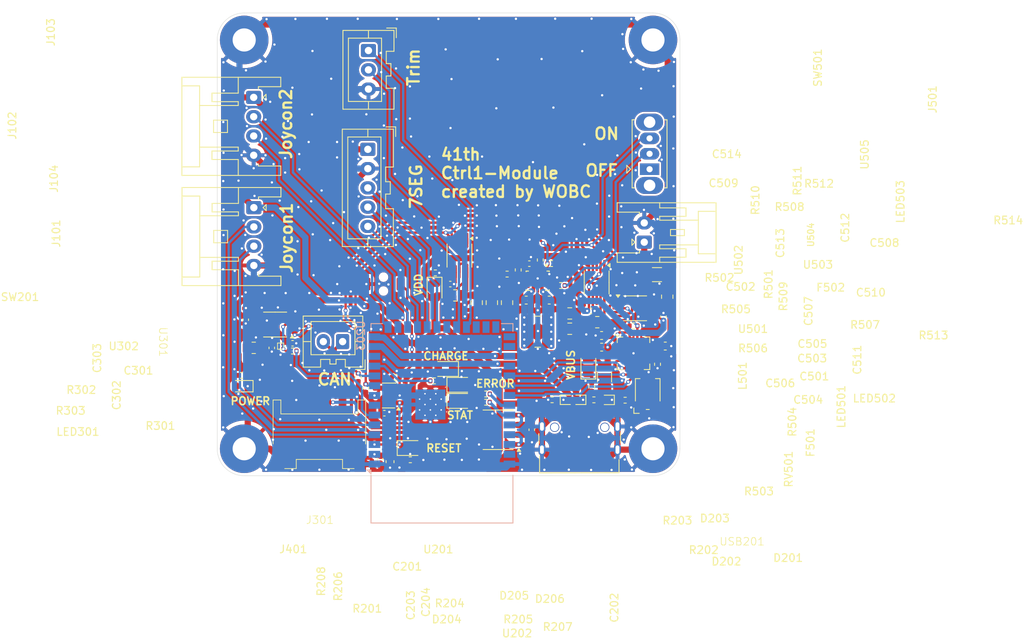
<source format=kicad_pcb>
(kicad_pcb (version 20240108) (generator "pcbnew") (generator_version "8.0")
  (layers (0 "F.Cu" signal) (31 "B.Cu" signal) (34 "B.Paste" user) (35 "F.Paste" user) (36 "B.SilkS" user "B.Silkscreen") (37 "F.SilkS" user "F.Silkscreen") (38 "B.Mask" user) (39 "F.Mask" user) (44 "Edge.Cuts" user))
  (net 0 "")
  (net 1 "GND")
  (net 2 "VDD")
  (net 3 "VPP")
  (net 4 "Net-(LED501-A)")
  (net 5 "/ESP32Core/USB_D+")
  (net 6 "/ESP32Core/USB_D-")
  (net 7 "Net-(D204-A)")
  (net 8 "RESET")
  (net 9 "Net-(D205-A)")
  (net 10 "Net-(D206-A)")
  (net 11 "/STAT1")
  (net 12 "/ESP32Core/GPIO9{slash}ADC1_CH8")
  (net 13 "/STAT2")
  (net 14 "/PG")
  (net 15 "/UP")
  (net 16 "/DOWN")
  (net 17 "/SDI")
  (net 18 "/SCK")
  (net 19 "/LATCH")
  (net 20 "/CANH")
  (net 21 "/CANL")
  (net 22 "Net-(J301-Pin_3)")
  (net 23 "Net-(U501-V_{BAT_SENSE})")
  (net 24 "Net-(LED301-A)")
  (net 25 "Net-(LED501-K)")
  (net 26 "Net-(USB201-CC1)")
  (net 27 "Net-(USB201-CC2)")
  (net 28 "Net-(U203-MTDI{slash}GPIO41{slash}CLK_OUT1)")
  (net 29 "/SCL")
  (net 30 "Net-(U203-MTMS{slash}GPIO42)")
  (net 31 "/SDA")
  (net 32 "Net-(SW501-B)")
  (net 33 "VBUS")
  (net 34 "Net-(J501-Pin_1)")
  (net 35 "Net-(U201-MR)")
  (net 37 "Net-(SW501-C)")
  (net 38 "/ESP32Core/WDI")
  (net 40 "/ESP32Core/CAN_RX")
  (net 41 "/ESP32Core/CAN_TX")
  (net 42 "/ESP32Core/GPIO3{slash}ADC1_CH2")
  (net 44 "/ESP32Core/GPIO13")
  (net 46 "/ESP32Core/GPIO5{slash}ADC1_CH4")
  (net 47 "/ESP32Core/GPIO2{slash}ADC1_CH1")
  (net 48 "/ESP32Core/GPIO47")
  (net 50 "/ESP32Core/GPIO1{slash}ADC1_CH0")
  (net 53 "/ESP32Core/GPIO48")
  (net 54 "/ESP32Core/GPIO4{slash}ADC1_CH3")
  (net 55 "/ESP32Core/GPIO8{slash}ADC1_CH7")
  (net 57 "/ESP32Core/GPIO7{slash}ADC1_CH6")
  (net 58 "/ESP32Core/GPIO6{slash}ADC1_CH5")
  (net 59 "/ESP32Core/GPIO18")
  (net 60 "Net-(U301-VOUT)")
  (net 63 "Net-(LED502-A)")
  (net 64 "Net-(LED503-K)")
  (net 65 "Net-(R503-Pad1)")
  (net 66 "Net-(U501-PROG3)")
  (net 67 "Net-(U501-CE)")
  (net 69 "/Power/PROG")
  (net 72 "Net-(U502-Vin-)")
  (net 73 "Net-(U504-VAUX)")
  (net 74 "Net-(U503-Vbus)")
  (net 75 "Net-(U504-L2)")
  (net 76 "Net-(U504-L1)")
  (net 77 "Net-(U504-PG)")
  (net 78 "Net-(U504-FB)")
  (net 80 "Net-(U301-CONTROL)")
  (footprint "Resistor_SMD:R_0805_2012Metric" (layer "F.Cu") (at 173.04 114.72 90)
    (property "Reference" "R509")
    (property "Value" "50mΩ")
  )
  (footprint "Resistor_SMD:R_0402_1005Metric" (layer "F.Cu") (at 149.52 127.33 180)
    (property "Reference" "R205")
    (property "Value" "470")
  )
  (footprint "Package_SO:VSSOP-10_3x3mm_P0.5mm" (layer "F.Cu") (at 122.2 118.33 180)
    (property "Reference" "U302")
    (property "Value" "INA226")
  )
  (footprint "Capacitor_SMD:C_0402_1005Metric" (layer "F.Cu") (at 136.36 129.82 180)
    (property "Reference" "C201")
    (property "Value" "100nF")
  )
  (footprint "Capacitor_SMD:C_0603_1608Metric" (layer "F.Cu") (at 137.1 136.11 90)
    (property "Reference" "C203")
    (property "Value" "10uF")
  )
  (footprint "Package_SO:VSSOP-10_3x3mm_P0.5mm" (layer "F.Cu") (at 163.89 112.87 -90)
    (property "Reference" "U502")
    (property "Value" "INA226")
  )
  (footprint "Capacitor_SMD:C_0805_2012Metric" (layer "F.Cu") (at 160.4 118.87 180)
    (property "Reference" "C505")
    (property "Value" "22uF")
  )
  (footprint "LED_SMD:LED_0805_2012Metric" (layer "F.Cu") (at 146.16 126.14)
    (property "Reference" "D205")
    (property "Value" "ERROR")
  )
  (footprint "Capacitor_SMD:C_0805_2012Metric" (layer "F.Cu") (at 148.33 115.49 -90)
    (property "Reference" "C513")
    (property "Value" "22uF")
  )
  (footprint "Diode_SMD:D_SOD-882" (layer "F.Cu") (at 161.68 128.09 180)
    (property "Reference" "D202")
    (property "Value" "5V")
  )
  (footprint "WOBCLibrary:TVAF06-A020B-R" (layer "F.Cu") (at 136.25 113.08 90)
    (property "Reference" "SW201")
    (property "Value" "RESET_sw")
  )
  (footprint "Fuse:Fuse_1206_3216Metric" (layer "F.Cu") (at 164.91 125.16 90)
    (property "Reference" "F501")
    (property "Value" "Polyfuse")
  )
  (footprint "Capacitor_SMD:C_0603_1608Metric" (layer "F.Cu") (at 157.735 115.16 180)
    (property "Reference" "C508")
    (property "Value" "10uF")
  )
  (footprint "Capacitor_SMD:C_0805_2012Metric" (layer "F.Cu") (at 160.4 116.89 180)
    (property "Reference" "C506")
    (property "Value" "22uF")
  )
  (footprint "Resistor_SMD:R_0402_1005Metric" (layer "F.Cu") (at 137.83 125.18)
    (property "Reference" "R201")
    (property "Value" "10k")
  )
  (footprint "LED_SMD:LED_0805_2012Metric" (layer "F.Cu") (at 139.7175 134.34)
    (property "Reference" "D204")
    (property "Value" "RESET")
  )
  (footprint "Resistor_SMD:R_0402_1005Metric" (layer "F.Cu") (at 149.51 128.4 180)
    (property "Reference" "R207")
    (property "Value" "470")
  )
  (footprint "Capacitor_SMD:C_0402_1005Metric" (layer "F.Cu") (at 155.16 110.43 180)
    (property "Reference" "C509")
    (property "Value" "100nF")
  )
  (footprint "Resistor_SMD:R_0402_1005Metric" (layer "F.Cu") (at 158.02 110.42)
    (property "Reference" "R508")
    (property "Value" "330k")
  )
  (footprint "Resistor_SMD:R_0402_1005Metric" (layer "F.Cu") (at 132.97 125.17 90)
    (property "Reference" "R208")
    (property "Value" "10k")
  )
  (footprint "Capacitor_SMD:C_0603_1608Metric" (layer "F.Cu") (at 154.755 115.16)
    (property "Reference" "C510")
    (property "Value" "10uF")
  )
  (footprint "Package_SO:VSSOP-10_3x3mm_P0.5mm" (layer "F.Cu") (at 146.1 109.39 -90)
    (property "Reference" "U505")
    (property "Value" "INA226")
  )
  (footprint "LED_SMD:LED_0805_2012Metric" (layer "F.Cu") (at 144.2825 124.09 180)
    (property "Reference" "LED502")
    (property "Value" "CHARGE")
  )
  (footprint "Capacitor_SMD:C_0402_1005Metric" (layer "F.Cu") (at 124.46 120.76 180)
    (property "Reference" "C301")
    (property "Value" "100nF")
  )
  (footprint "Resistor_SMD:R_0402_1005Metric" (layer "F.Cu") (at 117.84 124.92)
    (property "Reference" "R303")
    (property "Value" "1k")
  )
  (footprint "LED_SMD:LED_0603_1608Metric" (layer "F.Cu") (at 117.86 126.32 180)
    (property "Reference" "LED301")
    (property "Value" "Power")
  )
  (footprint "Resistor_SMD:R_0402_1005Metric" (layer "F.Cu") (at 133.95 126.57 90)
    (property "Reference" "R206")
    (property "Value" "10k")
  )
  (footprint "Button_Switch_THT:SW_Slide_SPDT_Straight_CK_OS102011MS2Q" (layer "F.Cu") (at 170.75 98.19 90)
    (property "Reference" "SW501")
    (property "Value" "Power Switch")
  )
  (footprint "Resistor_SMD:R_0402_1005Metric" (layer "F.Cu") (at 142.84 125.63 180)
    (property "Reference" "R502")
    (property "Value" "1k")
  )
  (footprint "Capacitor_SMD:C_0402_1005Metric" (layer "F.Cu") (at 118.39 117.71 90)
    (property "Reference" "C303")
    (property "Value" "100nF")
  )
  (footprint "Resistor_SMD:R_0402_1005Metric" (layer "F.Cu") (at 152.28 111.79 180)
    (property "Reference" "R512")
    (property "Value" "47k")
  )
  (footprint "Resistor_SMD:R_0402_1005Metric" (layer "F.Cu") (at 153.72 111.25 -90)
    (property "Reference" "R511")
    (property "Value" "15k")
  )
  (footprint "Resistor_SMD:R_0805_2012Metric" (layer "F.Cu") (at 145.57 114.55 180)
    (property "Reference" "R513")
    (property "Value" "50mΩ")
  )
  (footprint "Capacitor_SMD:C_0402_1005Metric" (layer "F.Cu") (at 163.14 116.56)
    (property "Reference" "C502")
    (property "Value" "100nF")
  )
  (footprint "WOBCLibrary:WCSPD-4(0.8x0.8)" (layer "F.Cu") (at 122.91 121.13 -90)
    (property "Reference" "U301")
    (property "Value" "TCK106AF")
  )
  (footprint "Resistor_SMD:R_0402_1005Metric" (layer "F.Cu") (at 156.58 109.96 -90)
    (property "Reference" "R510")
    (property "Value" "100k")
  )
  (footprint "Connector_JST:JST_XA_S02B-XASK-1N-BN_1x02_P2.50mm_Horizontal" (layer "F.Cu") (at 170.06 107.65 90)
    (property "Reference" "J501")
    (property "Value" "LiPo")
  )
  (footprint "Capacitor_SMD:C_0402_1005Metric" (layer "F.Cu") (at 155.48 131.97 90)
    (property "Reference" "C202")
    (property "Value" "100nF")
  )
  (footprint "Resistor_SMD:R_0402_1005Metric" (layer "F.Cu") (at 163.53 128.09)
    (property "Reference" "R203")
    (property "Value" "5.1k")
  )
  (footprint "Resistor_SMD:R_0402_1005Metric" (layer "F.Cu") (at 171.78 123.48 -90)
    (property "Reference" "R504")
    (property "Value" "100k")
  )
  (footprint "Connector_JST:JST_XA_B03B-XASK-1_1x03_P2.50mm_Vertical" (layer "F.Cu") (at 134.3 82.8 -90)
    (property "Reference" "J103")
    (property "Value" "トリム")
  )
  (footprint "Package_TO_SOT_SMD:SOT-23-5_HandSoldering" (layer "F.Cu") (at 137 127.53 180)
    (property "Reference" "U201")
    (property "Value" "TPS3820")
  )
  (footprint "Connector_JST:JST_XA_B05B-XASK-1_1x05_P2.50mm_Vertical" (layer "F.Cu") (at 134.22 95.61 -90)
    (property "Reference" "J104")
    (property "Value" "7セグ")
  )
  (footprint "Resistor_SMD:R_0402_1005Metric" (layer "F.Cu") (at 163.25 126.44 -90)
    (property "Reference" "R501")
    (property "Value" "1k")
  )
  (footprint "Capacitor_SMD:C_0805_2012Metric" (layer "F.Cu") (at 150.3 115.49 -90)
    (property "Reference" "C512")
    (property "Value" "22uF")
  )
  (footprint "Capacitor_SMD:C_0402_1005Metric" (layer "F.Cu") (at 172.55 117.31 90)
    (property "Reference" "C507")
    (property "Value" "100nF")
  )
  (footprint "Resistor_SMD:R_0402_1005Metric" (layer "F.Cu") (at 168.66 118.5)
    (property "Reference" "R505")
    (property "Value" "100k")
  )
  (footprint "Resistor_SMD:R_0402_1005Metric" (layer "F.Cu") (at 139.73 135.86)
    (property "Reference" "R204")
    (property "Value" "470")
  )
  (footprint "LED_SMD:LED_0805_2012Metric" (layer "F.Cu") (at 162.81 123.7075 90)
    (property "Reference" "LED501")
    (property "Value" "USB Power")
  )
  (footprint "Capacitor_SMD:C_0603_1608Metric" (layer "F.Cu") (at 164.535 121.26 180)
    (property "Reference" "C501")
    (property "Value" "10uF")
  )
  (footprint "Fuse:Fuse_1206_3216Metric" (layer "F.Cu") (at 171.71 111.86 180)
    (property "Reference" "F502")
    (property "Value" "Polyfuse")
  )
  (footprint "Capacitor_SMD:C_0805_2012Metric" (layer "F.Cu") (at 152.27 115.49 -90)
    (property "Reference" "C511")
    (property "Value" "22uF")
  )
  (footprint "Capacitor_SMD:C_0402_1005Metric" (layer "F.Cu") (at 135.81 135.79 -90)
    (property "Reference" "C204")
    (property "Value" "100nF")
  )
  (footprint "WOBCLibrary:USB_C_TYPEC-301S-ACP16X7" (layer "F.Cu") (at 161.69 133.76)
    (property "Reference" "USB201")
    (property "Value" "USB_C_Receptacle_USB2.0")
  )
  (footprint "Capacitor_SMD:C_0603_1608Metric" (layer "F.Cu") (at 172.785 121.12)
    (property "Reference" "C504")
    (property "Value" "10uF")
  )
  (footprint "Capacitor_SMD:C_0402_1005Metric" (layer "F.Cu") (at 121.77 121.36 90)
    (property "Reference" "C302")
    (property "Value" "100nF")
  )
  (footprint "Diode_SMD:D_SOD-882" (layer "F.Cu") (at 159.98 128.09)
    (property "Reference" "D203")
    (property "Value" "5V")
  )
  (footprint "Connector_JST:JST_XA_S04B-XASK-1N-BN_1x04_P2.50mm_Horizontal" (layer "F.Cu") (at 119.44 103.17 -90)
    (property "Reference" "J101")
    (property "Value" "ジョイコン1")
  )
  (footprint "LED_SMD:LED_0805_2012Metric" (layer "F.Cu") (at 146.1575 128.23)
    (property "Reference" "D206")
    (property "Value" "STAT")
  )
  (footprint "Resistor_SMD:R_0402_1005Metric" (layer "F.Cu") (at 158.11 128.08 180)
    (property "Reference" "R202")
    (property "Value" "5.1k")
  )
  (footprint "WOBCLibrary:VREG_TPS63070RNMR" (layer "F.Cu") (at 156.24 112.65 -90)
    (property "Reference" "U504")
    (property "Value" "TPS63070RNMR")
  )
  (footprint "Package_SO:SOIC-8_3.9x4.9mm_P1.27mm" (layer "F.Cu") (at 151.11 131.975 180)
    (property "Reference" "U202")
    (property "Value" "SN65HVD230")
  )
  (footprint "Potentiometer_SMD:Potentiometer_Bourns_TC33X_Vertical" (layer "F.Cu") (at 170.51 127.24 90)
    (property "Reference" "RV501")
    (property "Value" "10k")
  )
  (footprint "Capacitor_SMD:C_0402_1005Metric" (layer "F.Cu") (at 144.91 113.08)
    (property "Reference" "C514")
    (property "Value" "100nF")
  )
  (footprint "Resistor_SMD:R_0805_2012Metric" (layer "F.Cu") (at 119.4275 121.35 180)
    (property "Reference" "R302")
    (property "Value" "50mΩ")
  )
  (footprint "Diode_SMD:D_SOD-882" (layer "F.Cu") (at 165.37 128.1 180)
    (property "Reference" "D201")
    (property "Value" "5V")
  )
  (footprint "Resistor_SMD:R_0402_1005Metric" (layer "F.Cu") (at 124.46 121.76 180)
    (property "Reference" "R301")
    (property "Value" "10k")
  )
  (footprint "LED_SMD:LED_0805_2012Metric" (layer "F.Cu") (at 142.87 113.8875 -90)
    (property "Reference" "LED503")
    (property "Value" "VDD")
  )
  (footprint "Resistor_SMD:R_0402_1005Metric" (layer "F.Cu") (at 167.58 128.14 180)
    (property "Reference" "R503")
    (property "Value" "1k")
  )
  (footprint "Inductor_SMD:L_Wuerth_WE-TPC-3816" (layer "F.Cu") (at 156.25 119.26 -90)
    (property "Reference" "L501")
    (property "Value" "L")
  )
  (footprint "WOBCLibrary:Grove_4P_L_SMD" (layer "F.Cu") (at 127.94 131.81)
    (property "Reference" "J301")
    (property "Value" "Conn_01x04_MountingPin")
  )
  (footprint "Package_DFN_QFN:QFN-20-1EP_4x4mm_P0.5mm_EP2.5x2.5mm" (layer "F.Cu") (at 168.665 122.055)
    (property "Reference" "U501")
    (property "Value" "MCP73871-1CC")
  )
  (footprint "Resistor_SMD:R_0805_2012Metric" (layer "F.Cu") (at 163.9675 118.02 180)
    (property "Reference" "R506")
    (property "Value" "50mΩ")
  )
  (footprint "WOBCLibrary:Board_1U_60x60" (layer "F.Cu") (at 144.69 107.93)
    (property "Reference" "B101" (hide yes))
    (property "Value" "~" (hide yes))
    (fp_line (start -30 26.5) (end -30 -26.5) (stroke (width 0.05)) (layer "Edge.Cuts"))
    (fp_line (start -26.5 -30) (end 26.5 -30) (stroke (width 0.05)) (layer "Edge.Cuts"))
    (fp_line (start 26.5 30) (end -26.5 30) (stroke (width 0.05)) (layer "Edge.Cuts"))
    (fp_line (start 30 -26.5) (end 30 26.5) (stroke (width 0.05)) (layer "Edge.Cuts"))
    (fp_arc (start -30 -26.5) (mid -28.974874 -28.974874) (end -26.5 -30) (stroke (width 0.05)) (layer "Edge.Cuts"))
    (fp_arc (start -26.5 30) (mid -28.974874 28.974874) (end -30 26.5) (stroke (width 0.05)) (layer "Edge.Cuts"))
    (fp_arc (start 26.5 -30) (mid 28.974874 -28.974874) (end 30 -26.5) (stroke (width 0.05)) (layer "Edge.Cuts"))
    (fp_arc (start 30 26.5) (mid 28.974874 28.974874) (end 26.5 30) (stroke (width 0.05)) (layer "Edge.Cuts"))
  )
  (footprint "Resistor_SMD:R_0402_1005Metric" (layer "F.Cu") (at 159.23 113.27 180)
    (property "Reference" "R507")
    (property "Value" "10k")
  )
  (footprint "Package_SO:VSSOP-10_3x3mm_P0.5mm" (layer "F.Cu") (at 168.87 116.22)
    (property "Reference" "U503")
    (property "Value" "INA226")
  )
  (footprint "Resistor_SMD:R_0402_1005Metric" (layer "F.Cu") (at 142.97 111.63)
    (property "Reference" "R514")
    (property "Value" "1k")
  )
  (footprint "Capacitor_SMD:C_0603_1608Metric" (layer "F.Cu") (at 164.53 119.75 180)
    (property "Reference" "C503")
    (property "Value" "10uF")
  )
  (footprint "Connector_JST:JST_XA_B02B-XASK-1_1x02_P2.50mm_Vertical" (layer "F.Cu") (at 130.95 120.54 180)
    (property "Reference" "J401")
    (property "Value" "Conn_01x02_Pin")
  )
  (footprint "Connector_JST:JST_XA_S04B-XASK-1N-BN_1x04_P2.50mm_Horizontal" (layer "F.Cu") (at 119.42 88.88 -90)
    (property "Reference" "J102")
    (property "Value" "ジョイコン2")
  )
  (footprint "RF_Module:ESP32-S3-WROOM-1" (layer "B.Cu") (at 143.83 131.16)
    (property "Reference" "U203")
    (property "Value" "ESP32-S3-WROOM-1")
  )
  (gr_text "ON" (at 163.4 94.47 0) (layer "F.SilkS") (effects (font (size 1.5 1.5) (thickness 0.3) (bold yes)) (justify left bottom)))
  (gr_text "POWER" (at 116.31 128.84 0) (layer "F.SilkS") (effects (font (size 1 1) (thickness 0.2) (bold yes)) (justify left bottom)))
  (gr_text "Joycon1" (at 124.57 111.83 90) (layer "F.SilkS") (effects (font (size 1.5 1.5) (thickness 0.3) (bold yes)) (justify left bottom)))
  (gr_text "CAN" (at 127.55 126.31 0) (layer "F.SilkS") (effects (font (size 1.5 1.5) (thickness 0.3) (bold yes)) (justify left bottom)))
  (gr_text "VBUS" (at 161.13 125.62 90) (layer "F.SilkS") (effects (font (size 1 1) (thickness 0.2) (bold yes)) (justify left bottom)))
  (gr_text "7SEG" (at 141.36 103.49 90) (layer "F.SilkS") (effects (font (size 1.5 1.5) (thickness 0.3) (bold yes)) (justify left bottom)))
  (gr_text "RESET" (at 141.68 134.95 0) (layer "F.SilkS") (effects (font (size 1 1) (thickness 0.2) (bold yes)) (justify left bottom)))
  (gr_text "ERROR" (at 148.14 126.57 0) (layer "F.SilkS") (effects (font (size 1 1) (thickness 0.2) (bold yes)) (justify left bottom)))
  (gr_text "Trim" (at 141.02 87.57 90) (layer "F.SilkS") (effects (font (size 1.5 1.5) (thickness 0.3) (bold yes)) (justify left bottom)))
  (gr_text "Joycon2" (at 124.48 97.04 90) (layer "F.SilkS") (effects (font (size 1.5 1.5) (thickness 0.3) (bold yes)) (justify left bottom)))
  (gr_text "STAT" (at 144.37 130.67 0) (layer "F.SilkS") (effects (font (size 1 1) (thickness 0.2) (bold yes)) (justify left bottom)))
  (gr_text "CHARGE" (at 141.32 123 0) (layer "F.SilkS") (effects (font (size 1 1) (thickness 0.2) (bold yes)) (justify left bottom)))
  (gr_text "41th\nCtrl1-Module\ncreated by WOBC" (at 143.53 101.98 0) (layer "F.SilkS") (effects (font (size 1.5 1.5) (thickness 0.3) (bold yes)) (justify left bottom)))
  (gr_text "VDD" (at 141.39 114.73 90) (layer "F.SilkS") (effects (font (size 1 1) (thickness 0.2) (bold yes)) (justify left bottom)))
  (gr_text "OFF" (at 162.26 99.24 0) (layer "F.SilkS") (effects (font (size 1.5 1.5) (thickness 0.3) (bold yes)) (justify left bottom)))
  (segment (start 124.96 133.56) (end 127.01 135.61) (width 0.8) (layer "F.Cu") (net 1))
  (segment (start 155.956777 112.350001) (end 155.49 111.883224) (width 0.25) (layer "F.Cu") (net 1))
  (segment (start 164.04 127.770001) (end 163.25 126.980001) (width 0.6) (layer "F.Cu") (net 1))
  (segment (start 156.795 131.55) (end 156.795 128.885) (width 0.8) (layer "F.Cu") (net 1))
  (segment (start 135.08 136.42) (end 135.23 136.27) (width 0.6) (layer "F.Cu") (net 1))
  (segment (start 133.24 135.61) (end 134.05 136.42) (width 0.8) (layer "F.Cu") (net 1))
  (segment (start 156.24 112.350001) (end 155.956777 112.350001) (width 0.25) (layer "F.Cu") (net 1))
  (segment (start 157.655 116.33) (end 158.89 116.33) (width 0.8) (layer "F.Cu") (net 1))
  (segment (start 156.585 114.785) (end 156.96 115.16) (width 0.6) (layer "F.Cu") (net 1))
  (segment (start 172.44 116.72) (end 172.55 116.83) (width 0.3) (layer "F.Cu") (net 1))
  (segment (start 144.595 110.515) (end 145.355 110.515) (width 0.3) (layer "F.Cu") (net 1))
  (segment (start 154.68 110.43) (end 154.03 110.43) (width 0.3) (layer "F.Cu") (net 1))
  (segment (start 158.34 128.82) (end 157.6 128.08) (width 0.3) (layer "F.Cu") (net 1))
  (segment (start 169.165 125.755) (end 167.07 127.85) (width 0.6) (layer "F.Cu") (net 1))
  (segment (start 159.58 128.09) (end 159.63 128.09) (width 0.4) (layer "F.Cu") (net 1))
  (segment (start 169.165 123.9925) (end 169.165 122.555) (width 0.3) (layer "F.Cu") (net 1))
  (segment (start 170.6025 123.055) (end 169.665 123.9925) (width 0.3) (layer "F.Cu") (net 1))
  (segment (start 145.6 110.76) (end 145.6 111.59) (width 0.3) (layer "F.Cu") (net 1))
  (segment (start 124.96 133.56) (end 122.97 135.55) (width 0.8) (layer "F.Cu") (net 1))
  (segment (start 169.165 125.52) (end 169.165 125.755) (width 0.6) (layer "F.Cu") (net 1))
  (segment (start 158.39 130.04) (end 158.39 128.87) (width 0.3) (layer "F.Cu") (net 1))
  (segment (start 165.87 128.09) (end 166.05 128.09) (width 0.8) (layer "F.Cu") (net 1))
  (segment (start 137 129.66) (end 137 128.100001) (width 0.6) (layer "F.Cu") (net 1))
  (segment (start 153.585 132.61) (end 155.32 132.61) (width 0.8) (layer "F.Cu") (net 1))
  (segment (start 143.73 128) (end 143.73 127.6325) (width 0.8) (layer "F.Cu") (net 1))
  (segment (start 155.49 111.883224) (end 155.49 111.5) (width 0.25) (layer "F.Cu") (net 1))
  (segment (start 137.1 136.885) (end 136.359999 136.885) (width 0.8) (layer "F.Cu") (net 1))
  (segment (start 124.96 128.13) (end 124.96 133.56) (width 0.8) (layer "F.Cu") (net 1))
  (segment (start 161.61 122.211424) (end 162.561424 121.26) (width 0.6) (layer "F.Cu") (net 1))
  (segment (start 164.74 130.09) (end 165.72 129.11) (width 0.3) (layer "F.Cu") (net 1))
  (segment (start 169.165 123.9925) (end 169.165 125.52) (width 0.3) (layer "F.Cu") (net 1))
  (segment (start 173.1 83.34) (end 173.1 102.11) (width 0.8) (layer "F.Cu") (net 1))
  (segment (start 165.125 130.09) (end 165.04 130.09) (width 0.8) (layer "F.Cu") (net 1))
  (segment (start 147.29 117.48) (end 148.33 116.44) (width 0.8) (layer "F.Cu") (net 1))
  (segment (start 158.53 111.01) (end 157.75 111.79) (width 0.3) (layer "F.Cu") (net 1))
  (segment (start 163.76 121.26) (end 163.76 119.755) (width 0.8) (layer "F.Cu") (net 1))
  (segment (start 124.94 128.11) (end 124.96 128.13) (width 0.8) (layer "F.Cu") (net 1))
  (segment (start 145.47 121.410513) (end 145.22 121.660513) (width 0.8) (layer "F.Cu") (net 1))
  (segment (start 171.07 116.72) (end 172.44 116.72) (width 0.3) (layer "F.Cu") (net 1))
  (segment (start 158.89 116.33) (end 159.45 116.89) (width 0.8) (layer "F.Cu") (net 1))
  (segment (start 118.75 117.83) (end 118.39 118.19) (width 0.3) (layer "F.Cu") (net 1))
  (segment (start 135.23 136.27) (end 135.81 136.27) (width 0.6) (layer "F.Cu") (net 1))
  (segment (start 158.34 130.09) (end 158.39 130.04) (width 0.3) (layer "F.Cu") (net 1))
  (segment (start 166.585 128.625) (end 167.07 128.14) (width 0.8) (layer "F.Cu") (net 1))
  (segment (start 147.29 120.2) (end 147.29 117.48) (width 0.8) (layer "F.Cu") (net 1))
  (segment (start 124.4 118.83) (end 125.358852 118.83) (width 0.3) (layer "F.Cu") (net 1))
  (segment (start 166.585 131.55) (end 166.585 128.625) (width 0.8) (layer "F.Cu") (net 1))
  (segment (start 118.6475 133.9725) (end 118.19 134.43) (width 0.8) (layer "F.Cu") (net 1))
  (segment (start 127.01 135.61) (end 133.24 135.61) (width 0.8) (layer "F.Cu") (net 1))
  (segment (start 143.73 127.6325) (end 145.2225 126.14) (width 0.8) (layer "F.Cu") (net 1))
  (segment (start 145.22 121.660513) (end 145.22 124.09) (width 0.8) (layer "F.Cu") (net 1))
  (segment (start 162.13 127.750001) (end 162.13 128.09) (width 0.6) (layer "F.Cu") (net 1))
  (segment (start 156.24 114.45) (end 156.35 114.56) (width 0.25) (layer "F.Cu") (net 1))
  (segment (start 146.8 117.27) (end 146.17 117.27) (width 0.8) (layer "F.Cu") (net 1))
  (segment (start 162.930001 126.95) (end 161.61 125.629999) (width 0.6) (layer "F.Cu") (net 1))
  (segment (start 159.45 118.87) (end 159.45 119.595) (width 0.8) (layer "F.Cu") (net 1))
  (segment (start 155.53 115.25796) (end 155.53 115.16) (width 0.8) (layer "F.Cu") (net 1))
  (segment (start 125.63 120.07) (end 124.94 120.76) (width 0.3) (layer "F.Cu") (net 1))
  (segment (start 156.96 115.16) (end 156.96 115.635) (width 0.8) (layer "F.Cu") (net 1))
  (segment (start 125.63 119.101148) (end 125.63 120.07) (width 0.3) (layer "F.Cu") (net 1))
  (segment (start 166.585 134.55) (end 171.07 134.55) (width 0.8) (layer "F.Cu") (net 1))
  (segment (start 157.75 111.79) (end 157.64 111.9) (width 0.3) (layer "F.Cu") (net 1))
  (segment (start 166.585 131.55) (end 165.125 130.09) (width 0.8) (layer "F.Cu") (net 1))
  (segment (start 121.77 121.84) (end 122.2 121.84) (width 0.2) (layer "F.Cu") (net 1))
  (segment (start 147.08 117.27) (end 146.8 117.27) (width 0.8) (layer "F.Cu") (net 1))
  (segment (start 156.795 128.885) (end 157.6 128.08) (width 0.8) (layer "F.Cu") (net 1))
  (segment (start 120.19 79.43) (end 169.19 79.43) (width 0.8) (layer "F.Cu") (net 1))
  (segment (start 161.115 121.26) (end 162.561424 121.26) (width 0.8) (layer "F.Cu") (net 1))
  (segment (start 166.585 131.55) (end 166.585 134.55) (width 0.8) (layer "F.Cu") (net 1))
  (segment (start 154.68 110.69) (end 154.68 110.43) (width 0.3) (layer "F.Cu") (net 1))
  (segment (start 148.33 116.44) (end 150.3 116.44) (width 0.8) (layer "F.Cu") (net 1))
  (segment (start 158.64 130.09) (end 158.64 129.12) (width 0.3) (layer "F.Cu") (net 1))
  (segment (start 145.22 124.09) (end 145.22 126.1375) (width 0.8) (layer "F.Cu") (net 1))
  (segment (start 158.39 128.87) (end 158.34 128.82) (width 0.3) (layer "F.Cu") (net 1))
  (segment (start 155.48 132.45) (end 155.895 132.45) (width 0.8) (layer "F.Cu") (net 1))
  (segment (start 120 117.83) (end 118.75 117.83) (width 0.3) (layer "F.Cu") (net 1))
  (segment (start 156.36 114.56) (end 156.585 114.785) (width 0.4) (layer "F.Cu") (net 1))
  (segment (start 170.6025 123.055) (end 169.665 123.055) (width 0.3) (layer "F.Cu") (net 1))
  (segment (start 163.25 126.95) (end 162.930001 126.95) (width 0.6) (layer "F.Cu") (net 1))
  (segment (start 171.78 123.99) (end 171.5375 123.99) (width 0.3) (layer "F.Cu") (net 1))
  (segment (start 165.04 130.09) (end 165.72 129.41) (width 0.3) (layer "F.Cu") (net 1))
  (segment (start 164.04 128.09) (end 164.04 127.770001) (width 0.6) (layer "F.Cu") (net 1))
  (segment (start 121.52 134.43) (end 118.19 134.43) (width 0.8) (layer "F.Cu") (net 1))
  (segment (start 169.665 123.055) (end 168.665 122.055) (width 0.3) (layer "F.Cu") (net 1))
  (segment (start 119.42 96.38) (end 127.84 104.8) (width 0.8) (layer "F.Cu") (net 1))
  (segment (start 156.24 113.25) (end 156.24 112.350001) (width 0.25) (layer "F.Cu") (net 1))
  (segment (start 145.6 111.59) (end 145.6 112.87) (width 0.3) (layer "F.Cu") (net 1))
  (segment (start 156.005 114.685) (end 155.53 115.16) (width 0.6) (layer "F.Cu") (net 1))
  (segment (start 165.895 135.24) (end 166.585 134.55) (width 0.8) (layer "F.Cu") (net 1))
  (segment (start 159.45 116.89) (end 159.45 118.87) (width 0.8) (layer "F.Cu") (net 1))
  (segment (start 158.53 110.42) (end 158.53 111.01) (width 0.3) (layer "F.Cu") (net 1))
  (segment (start 125.358852 118.83) (end 125.63 119.101148) (width 0.3) (layer "F.Cu") (net 1))
  (segment (start 161.61 125.629999) (end 161.61 122.211424) (width 0.6) (layer "F.Cu") (net 1))
  (segment (start 136.84 129.82) (end 137 129.66) (width 0.6) (layer "F.Cu") (net 1))
  (segment (start 118.6475 126.32) (end 118.6475 133.9725) (width 0.8) (layer "F.Cu") (net 1))
  (segment (start 163.76 119.755) (end 163.755 119.75) (width 0.8) (layer "F.Cu") (net 1))
  (segment (start 118.19 81.43) (end 120.19 79.43) (width 0.8) (layer "F.Cu") (net 1))
  (segment (start 145.6 112.87) (end 145.39 113.08) (width 0.3) (layer "F.Cu") (net 1))
  (segment (start 156.795 131.55) (end 156.795 134.55) (width 0.8) (layer "F.Cu") (net 1))
  (segment (start 120 117.83) (end 121.107616 117.83) (width 0.3) (layer "F.Cu") (net 1))
  (segment (start 158.64 129.12) (end 158.34 128.82) (width 0.3) (layer "F.Cu") (net 1))
  (segment (start 156.35 114.56) (end 156.36 114.56) (width 0.25) (layer "F.Cu") (net 1))
  (segment (start 119.44 110.67) (end 127.84 110.67) (width 0.8) (layer "F.Cu") (net 1))
  (segment (start 122.2 121.84) (end 122.685 121.355) (width 0.2) (layer "F.Cu") (net 1))
  (segment (start 166.05 128.09) (end 166.585 128.625) (width 0.8) (layer "F.Cu") (net 1))
  (segment (start 156.96 115.635) (end 157.655 116.33) (width 0.8) (layer "F.Cu") (net 1))
  (segment (start 171.07 134.55) (end 171.19 134.43) (width 0.8) (layer "F.Cu") (net 1))
  (segment (start 173.1 102.11) (end 170.06 105.15) (width 0.8) (layer "F.Cu") (net 1))
  (segment (start 152.27 116.44) (end 154.34796 116.44) (width 0.8) (layer "F.Cu") (net 1))
  (segment (start 171.5375 123.99) (end 170.6025 123.055) (width 0.3) (layer "F.Cu") (net 1))
  (segment (start 165.86 128.1) (end 165.82 128.1) (width 0.8) (layer "F.Cu") (net 1))
  (segment (start 169.665 123.9925) (end 169.665 123.055) (width 0.3) (layer "F.Cu") (net 1))
  (segment (start 137.570001 127.53) (end 138.35 127.53) (width 0.6) (layer "F.Cu") (net 1))
  (segment (start 144.05 129.4) (end 145.22 128.23) (width 0.8) (layer "F.Cu") (net 1))
  (segment (start 156.24 113.25) (end 156.24 114.45) (width 0.25) (layer "F.Cu") (net 1))
  (segment (start 157.485 135.24) (end 165.895 135.24) (width 0.8) (layer "F.Cu") (net 1))
  (segment (start 171.19 81.43) (end 173.1 83.34) (width 0.8) (layer "F.Cu") (net 1))
  (segment (start 122.64 135.55) (end 121.52 134.43) (width 0.8) (layer "F.Cu") (net 1))
  (segment (start 162.930001 126.95) (end 162.13 127.750001) (width 0.6) (layer "F.Cu") (net 1))
  (segment (start 127.84 104.49) (end 134.22 98.11) (width 0.8) (layer "F.Cu") (net 1))
  (segment (start 169.165 123.9925) (end 169.665 123.9925) (width 0.3) (layer "F.Cu") (net 1))
  (segment (start 154.34796 116.44) (end 155.53 115.25796) (width 0.8) (layer "F.Cu") (net 1))
  (segment (start 156.24 114.45) (end 156.005 114.685) (width 0.4) (layer "F.Cu") (net 1))
  (segment (start 155.32 132.61) (end 155.48 132.45) (width 0.8) (layer "F.Cu") (net 1))
  (segment (start 145.22 126.1375) (end 145.2225 126.14) (width 0.8) (layer "F.Cu") (net 1))
  (segment (start 163.39 116.33) (end 163.62 116.56) (width 0.3) (layer "F.Cu") (net 1))
  (segment (start 169.165 122.555) (end 168.665 122.055) (width 0.3) (layer "F.Cu") (net 1))
  (segment (start 156.795 131.55) (end 158.255 130.09) (width 0.8) (layer "F.Cu") (net 1))
  (segment (start 150.3 116.44) (end 152.27 116.44) (width 0.8) (layer "F.Cu") (net 1))
  (segment (start 145.2225 126.14) (end 145.2225 128.2275) (width 0.8) (layer "F.Cu") (net 1))
  (segment (start 145.2225 128.2275) (end 145.22 128.23) (width 0.8) (layer "F.Cu") (net 1))
  (segment (start 154.03 110.43) (end 153.72 110.74) (width 0.3) (layer "F.Cu") (net 1))
  (segment (start 165.72 129.11) (end 165.72 128.1) (width 0.3) (layer "F.Cu") (net 1))
  (segment (start 147.29 117.48) (end 147.08 117.27) (width 0.8) (layer "F.Cu") (net 1))
  (segment (start 169.19 79.43) (end 171.19 81.43) (width 0.8) (layer "F.Cu") (net 1))
  (segment (start 146.17 117.27) (end 145.25 116.35) (width 0.8) (layer "F.Cu") (net 1))
  (segment (start 165.72 129.41) (end 165.72 129.11) (width 0.3) (layer "F.Cu") (net 1))
  (segment (start 156.795 134.55) (end 157.485 135.24) (width 0.8) (layer "F.Cu") (net 1))
  (segment (start 163.25 126.980001) (end 163.25 126.95) (width 0.6) (layer "F.Cu") (net 1))
  (segment (start 121.107616 117.83) (end 121.127557 117.810059) (width 0.3) (layer "F.Cu") (net 1))
  (segment (start 145.355 110.515) (end 145.6 110.76) (width 0.3) (layer "F.Cu") (net 1))
  (segment (start 137 128.100001) (end 137.570001 127.53) (width 0.6) (layer "F.Cu") (net 1))
  (segment (start 127.84 110.67) (end 130.25 113.08) (width 0.8) (layer "F.Cu") (net 1))
  (segment (start 159.45 119.595) (end 161.115 121.26) (width 0.8) (layer "F.Cu") (net 1))
  (segment (start 165.87 128.09) (end 165.86 128.1) (width 0.8) (layer "F.Cu") (net 1))
  (segment (start 134.05 136.42) (end 135.08 136.42) (width 0.8) (layer "F.Cu") (net 1))
  (segment (start 158.255 130.09) (end 158.34 130.09) (width 0.8) (layer "F.Cu") (net 1))
  (segment (start 163.76 121.26) (end 162.561424 121.26) (width 0.8) (layer "F.Cu") (net 1))
  (segment (start 167.07 127.85) (end 167.07 128.14) (width 0.6) (layer "F.Cu") (net 1))
  (segment (start 127.84 104.8) (end 127.84 110.67) (width 0.8) (layer "F.Cu") (net 1))
  (segment (start 143.73 129.4) (end 144.05 129.4) (width 0.8) (layer "F.Cu") (net 1))
  (segment (start 155.895 132.45) (end 156.795 131.55) (width 0.8) (layer "F.Cu") (net 1))
  (segment (start 155.49 111.5) (end 154.68 110.69) (width 0.3) (layer "F.Cu") (net 1))
  (segment (start 136.359999 136.885) (end 135.81 136.335001) (width 0.8) (layer "F.Cu") (net 1))
  (segment (start 127.84 104.8) (end 127.84 104.49) (width 0.8) (layer "F.Cu") (net 1))
  (segment (start 163.39 115.07) (end 163.39 116.33) (width 0.3) (layer "F.Cu") (net 1))
  (segment (start 143.48 111.63) (end 144.595 110.515) (width 0.3) (layer "F.Cu") (net 1))
  (segment (start 122.97 135.55) (end 122.64 135.55) (width 0.8) (layer "F.Cu") (net 1))
  (via (at 130.23 96.66) (size 0.5) (drill 0.3) (layers "F.Cu" "B.Cu") (net 1))
  (via (at 153.55 118.9) (size 0.5) (drill 0.3) (layers "F.Cu" "B.Cu") (net 1))
  (via (at 159.7 105.59) (size 0.5) (drill 0.3) (layers "F.Cu" "B.Cu") (net 1))
  (via (at 115.46 123.87) (size 0.5) (drill 0.3) (layers "F.Cu" "B.Cu") (net 1))
  (via (at 135.89 118.96) (size 0.5) (drill 0.3) (layers "F.Cu" "B.Cu") (net 1))
  (via (at 137.75 87.675) (size 0.5) (drill 0.3) (layers "F.Cu" "B.Cu") (net 1))
  (via (at 171.325 114.425) (size 0.5) (drill 0.3) (layers "F.Cu" "B.Cu") (net 1))
  (via (at 160.969607 115.15) (size 0.5) (drill 0.3) (layers "F.Cu" "B.Cu") (net 1))
  (via (at 140 117.44) (size 0.5) (drill 0.3) (layers "F.Cu" "B.Cu") (net 1))
  (via (at 172.025 113.025) (size 0.5) (drill 0.3) (layers "F.Cu" "B.Cu") (net 1))
  (via (at 138.35 127.53) (size 0.5) (drill 0.3) (layers "F.Cu" "B.Cu") (net 1))
  (via (at 143.79 108.74) (size 0.5) (drill 0.3) (layers "F.Cu" "B.Cu") (net 1))
  (via (at 168.975 96.025) (size 0.5) (drill 0.3) (layers "F.Cu" "B.Cu") (net 1))
  (via (at 151.37 124.44) (size 0.5) (drill 0.3) (layers "F.Cu" "B.Cu") (net 1))
  (via (at 145.39 113.08) (size 0.5) (drill 0.3) (layers "F.Cu" "B.Cu") (net 1))
  (via (at 159.58 128.09) (size 0.5) (drill 0.3) (layers "F.Cu" "B.Cu") (net 1))
  (via (at 158.675 106.55) (size 0.5) (drill 0.3) (layers "F.Cu" "B.Cu") (net 1))
  (via (at 132.91 78.69) (size 0.5) (drill 0.3) (layers "F.Cu" "B.Cu") (net 1))
  (via (at 163.17 137.18) (size 0.5) (drill 0.3) (layers "F.Cu" "B.Cu") (net 1))
  (via (at 153.825 126.925) (size 0.5) (drill 0.3) (layers "F.Cu" "B.Cu") (net 1))
  (via (at 141.42 135.89) (size 0.5) (drill 0.3) (layers "F.Cu" "B.Cu") (net 1))
  (via (at 155.19 107.31) (size 0.5) (drill 0.3) (layers "F.Cu" "B.Cu") (net 1))
  (via (at 120.22 125.49) (size 0.5) (drill 0.3) (layers "F.Cu" "B.Cu") (net 1))
  (via (at 153.625 102.85) (size 0.5) (drill 0.3) (layers "F.Cu" "B.Cu") (net 1))
  (via (at 156.38 104.19) (size 0.5) (drill 0.3) (layers "F.Cu" "B.Cu") (net 1))
  (via (at 142.33 130.94) (size 0.5) (drill 0.3) (layers "F.Cu" "B.Cu") (net 1))
  (via (at 162.02 82.88) (size 0.5) (drill 0.3) (layers "F.Cu" "B.Cu") (net 1))
  (via (at 130.525 110.775) (size 0.5) (drill 0.3) (layers "F.Cu" "B.Cu") (net 1))
  (via (at 141.26 115.29) (size 0.5) (drill 0.3) (layers "F.Cu" "B.Cu") (net 1))
  (via (at 167.32 82.59) (size 0.5) (drill 0.3) (layers "F.Cu" "B.Cu") (net 1))
  (via (at 173.91 84.28) (size 0.5) (drill 0.3) (layers "F.Cu" "B.Cu") (net 1))
  (via (at 118.55 92.6) (size 0.5) (drill 0.3) (layers "F.Cu" "B.Cu") (net 1))
  (via (at 124.41 125.63) (size 0.5) (drill 0.3) (layers "F.Cu" "B.Cu") (net 1))
  (via (at 172.32 96.95) (size 0.5) (drill 0.3) (layers "F.Cu" "B.Cu") (net 1))
  (via (at 162.87 132.9) (size 0.5) (drill 0.3) (layers "F.Cu" "B.Cu") (net 1))
  (via (at 146.3 129.29) (size 0.5) (drill 0.3) (layers "F.Cu" "B.Cu") (net 1))
  (via (at 126.98 91.09) (size 0.5) (drill 0.3) (layers "F.Cu" "B.Cu") (net 1))
  (via (at 122.86 130.6) (size 0.5) (drill 0.3) (layers "F.Cu" "B.Cu") (net 1))
  (via (at 161.28 107.25) (size 0.5) (drill 0.3) (layers "F.Cu" "B.Cu") (net 1))
  (via (at 170.7 130.49) (size 0.5) (drill 0.3) (layers "F.Cu" "B.Cu") (net 1))
  (via (at 121.81 120.06) (size 0.5) (drill 0.3) (layers "F.Cu" "B.Cu") (net 1))
  (via (at 165.67 114.57) (size 0.5) (drill 0.3) (layers "F.Cu" "B.Cu") (net 1))
  (via (at 120.57 123.54) (size 0.5) (drill 0.3) (layers "F.Cu" "B.Cu") (net 1))
  (via (at 162.9 107.275) (size 0.5) (drill 0.3) (layers "F.Cu" "B.Cu") (net 1))
  (via (at 162.54 119.61) (size 0.5) (drill 0.3) (layers "F.Cu" "B.Cu") (net 1))
  (via (at 118.38 114.16) (size 0.5) (drill 0.3) (layers "F.Cu" "B.Cu") (net 1))
  (via (at 115.48 115.58) (size 0.5) (drill 0.3) (layers "F.Cu" "B.Cu") (net 1))
  (via (at 127.43 119.37) (size 0.5) (drill 0.3) (layers "F.Cu" "B.Cu") (net 1))
  (via (at 118.6475 126.32) (size 0.5) (drill 0.3) (layers "F.Cu" "B.Cu") (net 1))
  (via (at 142.2 96.55) (size 0.5) (drill 0.3) (layers "F.Cu" "B.Cu") (net 1))
  (via (at 147.11 130.96) (size 0.5) (drill 0.3) (layers "F.Cu" "B.Cu") (net 1))
  (via (at 150.38 134.18) (size 0.5) (drill 0.3) (layers "F.Cu" "B.Cu") (net 1))
  (via (at 115.46 111.16) (size 0.5) (drill 0.3) (layers "F.Cu" "B.Cu") (net 1))
  (via (at 120.96 91.75) (size 0.5) (drill 0.3) (layers "F.Cu" "B.Cu") (net 1))
  (via (at 124.94 120.76) (size 0.5) (drill 0.3) (layers "F.Cu" "B.Cu") (net 1))
  (via (at 137.12 133.07) (size 0.5) (drill 0.3) (layers "F.Cu" "B.Cu") (net 1))
  (via (at 173.56 122.45) (size 0.5) (drill 0.3) (layers "F.Cu" "B.Cu") (net 1))
  (via (at 135.89 83.11) (size 0.5) (drill 0.3) (layers "F.Cu" "B.Cu") (net 1))
  (via (at 142 124.42) (size 0.5) (drill 0.3) (layers "F.Cu" "B.Cu") (net 1))
  (via (at 139.91 124.54) (size 0.5) (drill 0.3) (layers "F.Cu" "B.Cu") (net 1))
  (via (at 144.04836 105.764853) (size 0.5) (drill 0.3) (layers "F.Cu" "B.Cu") (net 1))
  (via (at 164.725 108.825) (size 0.5) (drill 0.3) (layers "F.Cu" "B.Cu") (net 1))
  (via (at 136.7 106.81) (size 0.5) (drill 0.3) (layers "F.Cu" "B.Cu") (net 1))
  (via (at 117.89 108.46) (size 0.5) (drill 0.3) (layers "F.Cu" "B.Cu") (net 1))
  (via (at 168.95 93.9) (size 0.5) (drill 0.3) (layers "F.Cu" "B.Cu") (net 1))
  (via (at 162.45 125.625) (size 0.5) (drill 0.3) (layers "F.Cu" "B.Cu") (net 1))
  (via (at 148.34 117.43) (size 0.5) (drill 0.3) (layers "F.Cu" "B.Cu") (net 1))
  (via (at 120.42 128.28) (size 0.5) (drill 0.3) (layers "F.Cu" "B.Cu") (net 1))
  (via (at 121.02 137.14) (size 0.5) (drill 0.3) (layers "F.Cu" "B.Cu") (net 1))
  (via (at 134.35 107.075) (size 0.5) (drill 0.3) (layers "F.Cu" "B.Cu") (net 1))
  (via (at 132.96 131.98) (size 0.5) (drill 0.3) (layers "F.Cu" "B.Cu") (net 1))
  (via (at 149.03 96.55) (size 0.5) (drill 0.3) (layers "F.Cu" "B.Cu") (net 1))
  (via (at 129.33 107.38) (size 0.5) (drill 0.3) (layers "F.Cu" "B.Cu") (net 1))
  (via (at 120.95 84.23) (size 0.5) (drill 0.3) (layers "F.Cu" "B.Cu") (net 1))
  (via (at 121.127557 117.810059) (size 0.5) (drill 0.3) (layers "F.Cu" "B.Cu") (net 1))
  (via (at 144.94 92.85) (size 0.5) (drill 0.3) (layers "F.Cu" "B.Cu") (net 1))
  (via (at 121.56 89.45) (size 0.5) (drill 0.3) (layers "F.Cu" "B.Cu") (net 1))
  (via (at 122.11 82.03) (size 0.5) (drill 0.3) (layers "F.Cu" "B.Cu") (net 1))
  (via (at 121.025 94.225) (size 0.5) (drill 0.3) (layers "F.Cu" "B.Cu") (net 1))
  (via (at 168.46 137.13) (size 0.5) (drill 0.3) (layers "F.Cu" "B.Cu") (net 1))
  (via (at 173.86 100.39) (size 0.5) (drill 0.3) (layers "F.Cu" "B.Cu") (net 1))
  (via (at 148.62 124.39) (size 0.5) (drill 0.3) (layers "F.Cu" "B.Cu") (net 1))
  (via (at 141.02 108.69) (size 0.5) (drill 0.3) (layers "F.Cu" "B.Cu") (net 1))
  (via (at 169.29 117.31) (size 0.5) (drill 0.3) (layers "F.Cu" "B.Cu") (net 1))
  (via (at 130.675 117.85) (size 0.5) (drill 0.3) (layers "F.Cu" "B.Cu") (net 1))
  (via (at 137.86 108.01) (size 0.5) (drill 0.3) (layers "F.Cu" "B.Cu") (net 1))
  (via (at 146.03 102.81) (size 0.5) (drill 0.3) (layers "F.Cu" "B.Cu") (net 1))
  (via (at 144.09 125.14) (size 0.5) (drill 0.3) (layers "F.Cu" "B.Cu") (net 1))
  (via (at 129.725 105.175) (size 0.5) (drill 0.3) (layers "F.Cu" "B.Cu") (net 1))
  (via (at 139.49 130.95) (size 0.5) (drill 0.3) (layers "F.Cu" "B.Cu") (net 1))
  (via (at 158.26 108.04) (size 0.5) (drill 0.3) (layers "F.Cu" "B.Cu") (net 1))
  (via (at 143.42 110.66) (size 0.5) (drill 0.3) (layers "F.Cu" "B.Cu") (net 1))
  (via (at 141.29 117.42) (size 0.5) (drill 0.3) (layers "F.Cu" "B.Cu") (net 1))
  (via (at 166.325 124.125) (size 0.5) (drill 0.3) (layers "F.Cu" "B.Cu") (net 1))
  (via (at 141.18 105.77) (size 0.5) (drill 0.3) (layers "F.Cu" "B.Cu") (net 1))
  (via (at 161 124.025) (size 0.5) (drill 0.3) (layers "F.Cu" "B.Cu") (net 1))
  (via (at 127.93 130.66) (size 0.5) (drill 0.3) (layers "F.Cu" "B.Cu") (net 1))
  (via (at 120.95 96.375) (size 0.5) (drill 0.3) (layers "F.Cu" "B.Cu") (net 1))
  (via (at 143.36 78.71) (size 0.5) (drill 0.3) (layers "F.Cu" "B.Cu") (net 1))
  (via (at 156.1 128.22) (size 0.5) (drill 0.3) (layers "F.Cu" "B.Cu") (net 1))
  (via (at 138.44 111.26) (size 0.5) (drill 0.3) (layers "F.Cu" "B.Cu") (net 1))
  (via (at 169.225 114.625) (size 0.5) (drill 0.3) (layers "F.Cu" "B.Cu") (net 1))
  (via (at 148.62 135.83) (size 0.5) (drill 0.3) (layers "F.Cu" "B.Cu") (net 1))
  (via (at 136.35 124.72) (size 0.5) (drill 0.3) (layers "F.Cu" "B.Cu") (net 1))
  (via (at 136.47 109.19) (size 0.5) (drill 0.3) (layers "F.Cu" "B.Cu") (net 1))
  (via (at 155.63 97.27) (size 0.5) (drill 0.3) (layers "F.Cu" "B.Cu") (net 1))
  (via (at 173.83 104.6) (size 0.5) (drill 0.3) (layers "F.Cu" "B.Cu") (net 1))
  (via (at 171.79 104.66) (size 0.5) (drill 0.3) (layers "F.Cu" "B.Cu") (net 1))
  (via (at 145.25 116.35) (size 0.5) (drill 0.3) (layers "F.Cu" "B.Cu") (net 1))
  (via (at 158.76 112.23) (size 0.5) (drill 0.3) (layers "F.Cu" "B.Cu") (net 1))
  (via (at 118.11 104.83) (size 0.5) (drill 0.3) (layers "F.Cu" "B.Cu") (net 1))
  (via (at 163.23 78.68) (size 0.5) (drill 0.3) (layers "F.Cu" "B.Cu") (net 1))
  (via (at 146.41 135.88) (size 0.5) (drill 0.3) (layers "F.Cu" "B.Cu") (net 1))
  (via (at 143.64 120) (size 0.5) (drill 0.3) (layers "F.Cu" "B.Cu") (net 1))
  (via (at 133.03 101.72) (size 0.5) (drill 0.3) (layers "F.Cu" "B.Cu") (net 1))
  (via (at 167.3 109.625) (size 0.5) (drill 0.3) (layers "F.Cu" "B.Cu") (net 1))
  (via (at 139.41 107.24) (size 0.5) (drill 0.3) (layers "F.Cu" "B.Cu") (net 1))
  (via (at 155.5 133.59) (size 0.5) (drill 0.3) (layers "F.Cu" "B.Cu") (net 1))
  (via (at 135.47 116.92) (size 0.5) (drill 0.3) (layers "F.Cu" "B.Cu") (net 1))
  (via (at 143.43 104.34) (size 0.5) (drill 0.3) (layers "F.Cu" "B.Cu") (net 1))
  (via (at 151.29 119.94) (size 0.5) (drill 0.3) (layers "F.Cu" "B.Cu") (net 1))
  (via (at 153.88 124.33) (size 0.5) (drill 0.3) (layers "F.Cu" "B.Cu") (net 1))
  (via (at 117.45 99.675) (size 0.5) (drill 0.3) (layers "F.Cu" "B.Cu") (net 1))
  (via (at 167.175 125.6) (size 0.5) (drill 0.3) (layers "F.Cu" "B.Cu") (net 1))
  (via (at 158.28 90.2) (size 0.5) (drill 0.3) (layers "F.Cu" "B.Cu") (net 1))
  (via (at 164.09 125.5) (size 0.5) (drill 0.3) (layers "F.Cu" "B.Cu") (net 1))
  (via (at 134.66 118.9) (size 0.5) (drill 0.3) (layers "F.Cu" "B.Cu") (net 1))
  (via (at 139.08 121.47) (size 0.5) (drill 0.3) (layers "F.Cu" "B.Cu") (net 1))
  (via (at 163.9 113.29) (size 0.5) (drill 0.3) (layers "F.Cu" "B.Cu") (net 1))
  (via (at 145.24 117.43) (size 0.5) (drill 0.3) (layers "F.Cu" "B.Cu") (net 1))
  (via (at 150.37 126.09) (size 0.5) (drill 0.3) (layers "F.Cu" "B.Cu") (net 1))
  (via (at 115.49 119.72) (size 0.5) (drill 0.3) (layers "F.Cu" "B.Cu") (net 1))
  (via (at 119.35 129.22) (size 0.5) (drill 0.3) (layers "F.Cu" "B.Cu") (net 1))
  (via (at 120.45 109.27) (size 0.5) (drill 0.3) (layers "F.Cu" "B.Cu") (net 1))
  (via (at 150.37 129.87) (size 0.5) (drill 0.3) (layers "F.Cu" "B.Cu") (net 1))
  (via (at 115.475 99.725) (size 0.5) (drill 0.3) (layers "F.Cu" "B.Cu") (net 1))
  (via (at 133.24 119.06) (size 0.5) (drill 0.3) (layers "F.Cu" "B.Cu") (net 1))
  (via (at 137.75 98.8) (size 0.5) (drill 0.3) (layers "F.Cu" "B.Cu") (net 1))
  (via (at 136.89 113.13) (size 0.5) (drill 0.3) (layers "F.Cu" "B.Cu") (net 1))
  (via (at 130.74 122.13) (size 0.5) (drill 0.3) (layers "F.Cu" "B.Cu") (net 1))
  (via (at 166.575 96.4) (size 0.5) (drill 0.3) (layers "F.Cu" "B.Cu") (net 1))
  (via (at 129.47 86.46) (size 0.5) (drill 0.3) (layers "F.Cu" "B.Cu") (net 1))
  (via (at 124.24 123.58) (size 0.5) (drill 0.3) (layers "F.Cu" "B.Cu") (net 1))
  (via (at 139.42 133.07) (size 0.5) (drill 0.3) (layers "F.Cu" "B.Cu") (net 1))
  (via (at 148.33 129.14) (size 0.5) (drill 0.3) (layers "F.Cu" "B.Cu") (net 1))
  (via (at 124.83 78.71) (size 0.5) (drill 0.3) (layers "F.Cu" "B.Cu") (net 1))
  (via (at 144.94 130.97) (size 0.5) (drill 0.3) (layers "F.Cu" "B.Cu") (net 1))
  (via (at 160.32 132.84) (size 0.5) (drill 0.3) (layers "F.Cu" "B.Cu") (net 1))
  (via (at 153.8 112.94) (size 0.5) (drill 0.3) (layers "F.Cu" "B.Cu") (net 1))
  (via (at 126.55 94.66) (size 0.5) (drill 0.3) (layers "F.Cu" "B.Cu") (net 1))
  (via (at 138.08 105.75) (size 0.5) (drill 0.3) (layers "F.Cu" "B.Cu") (net 1))
  (via (at 145.07 86.5) (size 0.5) (drill 0.3) (layers "F.Cu" "B.Cu") (net 1))
  (via (at 145.175 99.6) (size 0.5) (drill 0.3) (layers "F.Cu" "B.Cu") (net 1))
  (via (at 165.7 111.15) (size 0.5) (drill 0.3) (layers "F.Cu" "B.Cu") (net 1))
  (via (at 128.83 131.98) (size 0.5) (drill 0.3) (layers "F.Cu" "B.Cu") (net 1))
  (via (at 139.67 109.8) (size 0.5) (drill 0.3) (layers "F.Cu" "B.Cu") (net 1))
  (via (at 121.77 121.84) (size 0.5) (drill 0.3) (layers "F.Cu" "B.Cu") (net 1))
  (via (at 167.075 103) (size 0.5) (drill 0.3) (layers "F.Cu" "B.Cu") (net 1))
  (via (at 131.81 123.98) (size 0.5) (drill 0.3) (layers "F.Cu" "B.Cu") (net 1))
  (via (at 135.69 113.04) (size 0.5) (drill 0.3) (layers "F.Cu" "B.Cu") (net 1))
  (via (at 164.6 88.6) (size 0.5) (drill 0.3) (layers "F.Cu" "B.Cu") (net 1))
  (via (at 115.51 96.06) (size 0.5) (drill 0.3) (layers "F.Cu" "B.Cu") (net 1))
  (via (at 150.88 90.29) (size 0.5) (drill 0.3) (layers "F.Cu" "B.Cu") (net 1))
  (via (at 173.94 108.7) (size 0.5) (drill 0.3) (layers "F.Cu" "B.Cu") (net 1))
  (via (at 157.73 122.04) (size 0.5) (drill 0.3) (layers "F.Cu" "B.Cu") (net 1))
  (via (at 131.73 137.14) (size 0.5) (drill 0.3) (layers "F.Cu" "B.Cu") (net 1))
  (via (at 146.41 124.36) (size 0.5) (drill 0.3) (layers "F.Cu" "B.Cu") (net 1))
  (via (at 166.45 113.225) (size 0.5) (drill 0.3) (layers "F.Cu" "B.Cu") (net 1))
  (via (at 159.05 102.925) (size 0.5) (drill 0.3) (layers "F.Cu" "B.Cu") (net 1))
  (via (at 165.5 104.325) (size 0.5) (drill 0.3) (layers "F.Cu" "B.Cu") (net 1))
  (via (at 160.28 137.15) (size 0.5) (drill 0.3) (layers "F.Cu" "B.Cu") (net 1))
  (via (at 157.2 125.625) (size 0.5) (drill 0.3) (layers "F.Cu" "B.Cu") (net 1))
  (via (at 163.925 102.65) (size 0.5) (drill 0.3) (layers "F.Cu" "B.Cu") (net 1))
  (via (at 167.925 117.625) (size 0.5) (drill 0.3) (layers "F.Cu" "B.Cu") (net 1))
  (via (at 163.755 119.75) (size 0.5) (drill 0.3) (layers "F.Cu" "B.Cu") (net 1))
  (via (at 143.48 111.63) (size 0.5) (drill 0.3) (layers "F.Cu" "B.Cu") (net 1))
  (via (at 156.25 116.48) (size 0.5) (drill 0.3) (layers "F.Cu" "B.Cu") (net 1))
  (via (at 170.625 124.5) (size 0.5) (drill 0.3) (layers "F.Cu" "B.Cu") (net 1))
  (via (at 117.44 127.32) (size 0.5) (drill 0.3) (layers "F.Cu" "B.Cu") (net 1))
  (via (at 135.76 105.63) (size 0.5) (drill 0.3) (layers "F.Cu" "B.Cu") (net 1))
  (via (at 143.9 115.65) (size 0.5) (drill 0.3) (layers "F.Cu" "B.Cu") (net 1))
  (via (at 137.05 115.56) (size 0.5) (drill 0.3) (layers "F.Cu" "B.Cu") (net 1))
  (via (at 151.26 121.48) (size 0.5) (drill 0.3) (layers "F.Cu" "B.Cu") (net 1))
  (via (at 133.29 123.8) (size 0.5) (drill 0.3) (layers "F.Cu" "B.Cu") (net 1))
  (via (at 137.9 91.7) (size 0.5) (drill 0.3) (layers "F.Cu" "B.Cu") (net 1))
  (via (at 119.71 120) (size 0.5) (drill 0.3) (layers "F.Cu" "B.Cu") (net 1))
  (via (at 146.81 104.21) (size 0.5) (drill 0.3) (layers "F.Cu" "B.Cu") (net 1))
  (via (at 154.21 137.15) (size 0.5) (drill 0.3) (layers "F.Cu" "B.Cu") (net 1))
  (via (at 163.95 106) (size 0.5) (drill 0.3) (layers "F.Cu" "B.Cu") (net 1))
  (via (at 157.75 111.79) (size 0.5) (drill 0.3) (layers "F.Cu" "B.Cu") (net 1))
  (via (at 151.26 109.77) (size 0.5) (drill 0.3) (layers "F.Cu" "B.Cu") (net 1))
  (via (at 173.86 87.43) (size 0.5) (drill 0.3) (layers "F.Cu" "B.Cu") (net 1))
  (via (at 168.95 98.325) (size 0.5) (drill 0.3) (layers "F.Cu" "B.Cu") (net 1))
  (via (at 125.74 123.31) (size 0.5) (drill 0.3) (layers "F.Cu" "B.Cu") (net 1))
  (via (at 146.86 105.5) (size 0.5) (drill 0.3) (layers "F.Cu" "B.Cu") (net 1))
  (via (at 116.92 117.66) (size 0.5) (drill 0.3) (layers "F.Cu" "B.Cu") (net 1))
  (via (at 116.94 114.61) (size 0.5) (drill 0.3) (layers "F.Cu" "B.Cu") (net 1))
  (via (at 127.94 137.15) (size 0.5) (drill 0.3) (layers "F.Cu" "B.Cu") (net 1))
  (via (at 136.3 92.525) (size 0.5) (drill 0.3) (layers "F.Cu" "B.Cu") (net 1))
  (via (at 131.71 125.63) (size 0.5) (drill 0.3) (layers "F.Cu" "B.Cu") (net 1))
  (via (at 123.14 93.98) (size 0.5) (drill 0.3) (layers "F.Cu" "B.Cu") (net 1))
  (via (at 173.56 121.12) (size 0.5) (drill 0.3) (layers "F.Cu" "B.Cu") (net 1))
  (via (at 171.025 109.175) (size 0.5) (drill 0.3) (layers "F.Cu" "B.Cu") (net 1))
  (via (at 138.46 114.87) (size 0.5) (drill 0.3) (layers "F.Cu" "B.Cu") (net 1))
  (via (at 167.53 135.83) (size 0.5) (drill 0.3) (layers "F.Cu" "B.Cu") (net 1))
  (via (at 145.47 121.410513) (size 0.5) (drill 0.3) (layers "F.Cu" "B.Cu") (net 1))
  (via (at 140.78 119.92) (size 0.5) (drill 0.3) (layers "F.Cu" "B.Cu") (net 1))
  (via (at 173.88 91.37) (size 0.5) (drill 0.3) (layers "F.Cu" "B.Cu") (net 1))
  (via (at 159.9 108.89) (size 0.5) (drill 0.3) (layers "F.Cu" "B.Cu") (net 1))
  (via (at 122.56 116.11) (size 0.5) (drill 0.3) (layers "F.Cu" "B.Cu") (net 1))
  (via (at 115.54 127.61) (size 0.5) (drill 0.3) (layers "F.Cu" "B.Cu") (net 1))
  (via (at 116.92 124.12) (size 0.5) (drill 0.3) (layers "F.Cu" "B.Cu") (net 1))
  (via (at 148.34 104.19) (size 0.5) (drill 0.3) (layers "F.Cu" "B.Cu") (net 1))
  (via (at 171.175 120.325) (size 0.5) (drill 0.3) (layers "F.Cu" "B.Cu") (net 1))
  (via (at 169.95 85.26) (size 0.5) (drill 0.3) (layers "F.Cu" "B.Cu") (net 1))
  (via (at 148.635 133.88) (size 0.5) (drill 0.3) (layers "F.Cu" "B.Cu") (net 1))
  (via (at 131.125 103.75) (size 0.5) (drill 0.3) (layers "F.Cu" "B.Cu") (net 1))
  (via (at 131.725 109.65) (size 0.5) (drill 0.3) (layers "F.Cu" "B.Cu") (net 1))
  (via (at 134.1 114.97) (size 0.5) (drill 0.3) (layers "F.Cu" "B.Cu") (net 1))
  (via (at 127.04 82.86) (size 0.5) (drill 0.3) (layers "F.Cu" "B.Cu") (net 1))
  (via (at 131.98 116.15) (size 0.5) (drill 0.3) (layers "F.Cu" "B.Cu") (net 1))
  (via (at 167.23 80.68) (size 0.5) (drill 0.3) (layers "F.Cu" "B.Cu") (net 1))
  (via (at 148.35 102.87) (size 0.5) (drill 0.3) (layers "F.Cu" "B.Cu") (net 1))
  (via (at 162.425 106.05) (size 0.5) (drill 0.3) (layers "F.Cu" "B.Cu") (net 1))
  (via (at 156.26 121.48) (size 0.5) (drill 0.3) (layers "F.Cu" "B.Cu") (net 1))
  (via (at 144.01 117.42) (size 0.5) (drill 0.3) (layers "F.Cu" "B.Cu") (net 1))
  (via (at 169.05 109.075) (size 0.5) (drill 0.3) (layers "F.Cu" "B.Cu") (net 1))
  (via (at 153.96 135.07) (size 0.5) (drill 0.3) (layers "F.Cu" "B.Cu") (net 1))
  (via (at 132.79 110.69) (size 0.5) (drill 0.3) (layers "F.Cu" "B.Cu") (net 1))
  (via (at 155.93 124.35) (size 0.5) (drill 0.3) (layers "F.Cu" "B.Cu") (net 1))
  (via (at 124.94 128.11) (size 0.5) (drill 0.3) (layers "F.Cu" "B.Cu") (net 1))
  (via (at 155.37 109.58) (size 0.5) (drill 0.3) (layers "F.Cu" "B.Cu") (net 1))
  (via (at 128.92 78.69) (size 0.5) (drill 0.3) (layers "F.Cu" "B.Cu") (net 1))
  (via (at 141.95 107.11) (size 0.5) (drill 0.3) (layers "F.Cu" "B.Cu") (net 1))
  (via (at 165.82 137.18) (size 0.5) (drill 0.3) (layers "F.Cu" "B.Cu") (net 1))
  (via (at 130.25 113.08) (size 0.5) (drill 0.3) (layers "F.Cu" "B.Cu") (net 1))
  (via (at 120.47 116.15) (size 0.5) (drill 0.3) (layers "F.Cu" "B.Cu") (net 1))
  (via (at 118.33 106.71) (size 0.5) (drill 0.3) (layers "F.Cu" "B.Cu") (net 1))
  (via (at 148.34 107.08) (size 0.5) (drill 0.3) (layers "F.Cu" "B.Cu") (net 1))
  (via (at 127.95 126.23) (size 0.5) (drill 0.3) (layers "F.Cu" "B.Cu") (net 1))
  (via (at 146.77 115.79) (size 0.5) (drill 0.3) (layers "F.Cu" "B.Cu") (net 1))
  (via (at 137.875 85.125) (size 0.5) (drill 0.3) (layers "F.Cu" "B.Cu") (net 1))
  (via (at 167.1 105.7) (size 0.5) (drill 0.3) (layers "F.Cu" "B.Cu") (net 1))
  (via (at 170 118.475) (size 0.5) (drill 0.3) (layers "F.Cu" "B.Cu") (net 1))
  (via (at 161.59 110.63) (size 0.5) (drill 0.3) (layers "F.Cu" "B.Cu") (net 1))
  (via (at 133.31 116.82) (size 0.5) (drill 0.3) (layers "F.Cu" "B.Cu") (net 1))
  (via (at 124.82 116.62) (size 0.5) (drill 0.3) (layers "F.Cu" "B.Cu") (net 1))
  (via (at 168.665 122.055) (size 0.5) (drill 0.3) (layers "F.Cu" "B.Cu") (net 1))
  (via (at 135.75 101.1) (size 0.5) (drill 0.3) (layers "F.Cu" "B.Cu") (net 1))
  (via (at 126.14 133.38) (size 0.5) (drill 0.3) (layers "F.Cu" "B.Cu") (net 1))
  (via (at 123.87 91.94) (size 0.5) (drill 0.3) (layers "F.Cu" "B.Cu") (net 1))
  (via (at 157.6 128.08) (size 0.5) (drill 0.3) (layers "F.Cu" "B.Cu") (net 1))
  (via (at 171.91 85.42) (size 0.5) (drill 0.3) (layers "F.Cu" "B.Cu") (net 1))
  (via (at 148.41 113.33) (size 0.5) (drill 0.3) (layers "F.Cu" "B.Cu") (net 1))
  (via (at 150.825 102.85) (size 0.5) (drill 0.3) (layers "F.Cu" "B.Cu") (net 1))
  (via (at 167.2 100.275) (size 0.5) (drill 0.3) (layers "F.Cu" "B.Cu") (net 1))
  (via (at 160.14 112.15) (size 0.5) (drill 0.3) (layers "F.Cu" "B.Cu") (net 1))
  (via (at 172.55 116.83) (size 0.5) (drill 0.3) (layers "F.Cu" "B.Cu") (net 1))
  (via (at 134.03 91.07) (size 0.5) (drill 0.3) (layers "F.Cu" "B.Cu") (net 1))
  (via (at 148.64 78.69) (size 0.5) (drill 0.3) (layers "F.Cu" "B.Cu") (net 1))
  (via (at 164.02 132.38) (size 0.5) (drill 0.3) (layers "F.Cu" "B.Cu") (net 1))
  (via (at 168.38 78.71) (size 0.5) (drill 0.3) (layers "F.Cu" "B.Cu") (net 1))
  (via (at 130.23 94.66) (size 0.5) (drill 0.3) (layers "F.Cu" "B.Cu") (net 1))
  (via (at 134.025 113.08) (size 0.5) (drill 0.3) (layers "F.Cu" "B.Cu") (net 1))
  (via (at 162.475 109.6) (size 0.5) (drill 0.3) (layers "F.Cu" "B.Cu") (net 1))
  (via (at 130.55 116.375) (size 0.5) (drill 0.3) (layers "F.Cu" "B.Cu") (net 1))
  (via (at 115.51 106.73) (size 0.5) (drill 0.3) (layers "F.Cu" "B.Cu") (net 1))
  (via (at 162.13 128.09) (size 0.5) (drill 0.3) (layers "F.Cu" "B.Cu") (net 1))
  (via (at 132.98 108.41) (size 0.5) (drill 0.3) (layers "F.Cu" "B.Cu") (net 1))
  (via (at 133.27 121.3) (size 0.5) (drill 0.3) (layers "F.Cu" "B.Cu") (net 1))
  (via (at 151.06 83.94) (size 0.5) (drill 0.3) (layers "F.Cu" "B.Cu") (net 1))
  (via (at 143.68 121.48) (size 0.5) (drill 0.3) (layers "F.Cu" "B.Cu") (net 1))
  (via (at 150.15 107.37) (size 0.5) (drill 0.3) (layers "F.Cu" "B.Cu") (net 1))
  (via (at 122.79 102.26) (size 0.5) (drill 0.3) (layers "F.Cu" "B.Cu") (net 1))
  (via (at 166.275 98.825) (size 0.5) (drill 0.3) (layers "F.Cu" "B.Cu") (net 1))
  (via (at 115.51 103.41) (size 0.5) (drill 0.3) (layers "F.Cu" "B.Cu") (net 1))
  (via (at 129.95 126.45) (size 0.5) (drill 0.3) (layers "F.Cu" "B.Cu") (net 1))
  (via (at 156.75 83.9) (size 0.5) (drill 0.3) (layers "F.Cu" "B.Cu") (net 1))
  (via (at 128.57 124.28) (size 0.5) (drill 0.3) (layers "F.Cu" "B.Cu") (net 1))
  (via (at 145.298264 105.131789) (size 0.5) (drill 0.3) (layers "F.Cu" "B.Cu") (net 1))
  (via (at 166.225 118.85) (size 0.5) (drill 0.3) (layers "F.Cu" "B.Cu") (net 1))
  (via (at 121.85 104.18) (size 0.5) (drill 0.3) (layers "F.Cu" "B.Cu") (net 1))
  (via (at 125.35 98.2) (size 0.5) (drill 0.3) (layers "F.Cu" "B.Cu") (net 1))
  (via (at 153.72 104.18) (size 0.5) (drill 0.3) (layers "F.Cu" "B.Cu") (net 1))
  (via (at 116.94 120.56) (size 0.5) (drill 0.3) (layers "F.Cu" "B.Cu") (net 1))
  (via (at 148.14 126.17) (size 0.5) (drill 0.3) (layers "F.Cu" "B.Cu") (net 1))
  (via (at 123.5 96.75) (size 0.5) (drill 0.3) (layers "F.Cu" "B.Cu") (net 1))
  (via (at 171.3 106.5) (size 0.5) (drill 0.3) (layers "F.Cu" "B.Cu") (net 1))
  (via (at 139.825 93.95) (size 0.5) (drill 0.3) (layers "F.Cu" "B.Cu") (net 1))
  (via (at 149.2 121.48) (size 0.5) (drill 0.3) (layers "F.Cu" "B.Cu") (net 1))
  (via (at 150.89 104.21) (size 0.5) (drill 0.3) (layers "F.Cu" "B.Cu") (net 1))
  (via (at 144.15 135.85) (size 0.5) (drill 0.3) (layers "F.Cu" "B.Cu") (net 1))
  (via (at 159.35 132.29) (size 0.5) (drill 0.3) (layers "F.Cu" "B.Cu") (net 1))
  (via (at 123.57 114.25) (size 0.5) (drill 0.3) (layers "F.Cu" "B.Cu") (net 1))
  (via (at 115.54 87.99) (size 0.5) (drill 0.3) (layers "F.Cu" "B.Cu") (net 1))
  (via (at 138.7 95.375) (size 0.5) (drill 0.3) (layers "F.Cu" "B.Cu") (net 1))
  (via (at 118.5 90.25) (size 0.5) (drill 0.3) (layers "F.Cu" "B.Cu") (net 1))
  (via (at 138.32 136.87) (size 0.5) (drill 0.3) (layers "F.Cu" "B.Cu") (net 1))
  (via (at 125.11 111.84) (size 0.5) (drill 0.3) (layers "F.Cu" "B.Cu") (net 1))
  (via (at 168.37 129.08) (size 0.5) (drill 0.3) (layers "F.Cu" "B.Cu") (net 1))
  (via (at 124.43 137.17) (size 0.5) (drill 0.3) (layers "F.Cu" "B.Cu") (net 1))
  (via (at 147.04 133.13) (size 0.5) (drill 0.3) (layers "F.Cu" "B.Cu") (net 1))
  (via (at 136.35 122.89) (size 0.5) (drill 0.3) (layers "F.Cu" "B.Cu") (net 1))
  (via (at 153.8 125.625) (size 0.5) (drill 0.3) (layers "F.Cu" "B.Cu") (net 1))
  (via (at 122.9 122.25) (size 0.5) (drill 0.3) (layers "F.Cu" "B.Cu") (net 1))
  (via (at 119.525 101.65) (size 0.5) (drill 0.3) (layers "F.Cu" "B.Cu") (net 1))
  (via (at 173.9 124.25) (size 0.5) (drill 0.3) (layers "F.Cu" "B.Cu") (net 1))
  (via (at 171.78 123.99) (size 0.5) (drill 0.3) (layers "F.Cu" "B.Cu") (net 1))
  (via (at 139.71 135.11) (size 0.5) (drill 0.3) (layers "F.Cu" "B.Cu") (net 1))
  (via (at 117.85 96.35) (size 0.5) (drill 0.3) (layers "F.Cu" "B.Cu") (net 1))
  (via (at 167.39 133.25) (size 0.5) (drill 0.3) (layers "F.Cu" "B.Cu") (net 1))
  (via (at 132.27 94.61) (size 0.5) (drill 0.3) (layers "F.Cu" "B.Cu") (net 1))
  (via (at 137.1 136.885) (size 0.5) (drill 0.3) (layers "F.Cu" "B.Cu") (net 1))
  (via (at 121.92 133.27) (size 0.5) (drill 0.3) (layers "F.Cu" "B.Cu") (net 1))
  (via (at 141.94 133.13) (size 0.5) (drill 0.3) (layers "F.Cu" "B.Cu") (net 1))
  (via (at 168.31 84.32) (size 0.5) (drill 0.3) (layers "F.Cu" "B.Cu") (net 1))
  (via (at 118.42 85.37) (size 0.5) (drill 0.3) (layers "F.Cu" "B.Cu") (net 1))
  (via (at 150.95 105.58) (size 0.5) (drill 0.3) (layers "F.Cu" "B.Cu") (net 1))
  (via (at 167.59 114.65) (size 0.5) (drill 0.3) (layers "F.Cu" "B.Cu") (net 1))
  (via (at 151.27 113.43) (size 0.5) (drill 0.3) (layers "F.Cu" "B.Cu") (net 1))
  (via (at 140.23 104.31) (size 0.5) (drill 0.3) (layers "F.Cu" "B.Cu") (net 1))
  (via (at 122 97.525) (size 0.5) (drill 0.3) (layers "F.Cu" "B.Cu") (net 1))
  (via (at 141.88 121.44) (size 0.5) (drill 0.3) (layers "F.Cu" "B.Cu") (net 1))
  (via (at 116.96 111.37) (size 0.5) (drill 0.3) (layers "F.Cu" "B.Cu") (net 1))
  (via (at 120.84 114.24) (size 0.5) (drill 0.3) (layers "F.Cu" "B.Cu") (net 1))
  (via (at 139.675 91.625) (size 0.5) (drill 0.3) (layers "F.Cu" "B.Cu") (net 1))
  (via (at 146.35 125.11) (size 0.5) (drill 0.3) (layers "F.Cu" "B.Cu") (net 1))
  (via (at 119.42 98.06) (size 0.5) (drill 0.3) (layers "F.Cu" "B.Cu") (net 1))
  (via (at 144.31 82.65) (size 0.5) (drill 0.3) (layers "F.Cu" "B.Cu") (net 1))
  (via (at 138.75 102.2) (size 0.5) (drill 0.3) (layers "F.Cu" "B.Cu") (net 1))
  (via (at 169.65 87.73) (size 0.5) (drill 0.3) (layers "F.Cu" "B.Cu") (net 1))
  (via (at 131.76 130.68) (size 0.5) (drill 0.3) (layers "F.Cu" "B.Cu") (net 1))
  (via (at 129.44 114.23) (size 0.5) (drill 0.3) (layers "F.Cu" "B.Cu") (net 1))
  (via (at 146.8 117.27) (size 0.5) (drill 0.3) (layers "F.Cu" "B.Cu") (net 1))
  (via (at 144.42 133.2) (size 0.5) (drill 0.3) (layers "F.Cu" "B.Cu") (net 1))
  (via (at 157.11 137.16) (size 0.5) (drill 0.3) (layers "F.Cu" "B.Cu") (net 1))
  (via (at 131.8 122.2) (size 0.5) (drill 0.3) (layers "F.Cu" "B.Cu") (net 1))
  (via (at 132.01 114.04) (size 0.5) (drill 0.3) (layers "F.Cu" "B.Cu") (net 1))
  (via (at 171.48 118.32) (size 0.5) (drill 0.3) (layers "F.Cu" "B.Cu") (net 1))
  (via (at 130.73 124.26) (size 0.5) (drill 0.3) (layers "F.Cu" "B.Cu") (net 1))
  (via (at 125.325 96.225) (size 0.5) (drill 0.3) (layers "F.Cu" "B.Cu") (net 1))
  (via (at 168.775 106.425) (size 0.5) (drill 0.3) (layers "F.Cu" "B.Cu") (net 1))
  (via (at 126.63 114.24) (size 0.5) (drill 0.3) (layers "F.Cu" "B.Cu") (net 1))
  (via (at 121.78 99.9) (size 0.5) (drill 0.3) (layers "F.Cu" "B.Cu") (net 1))
  (via (at 127.875 116.4) (size 0.5) (drill 0.3) (layers "F.Cu" "B.Cu") (net 1))
  (via (at 167.2 111.65) (size 0.5) (drill 0.3) (layers "F.Cu" "B.Cu") (net 1))
  (via (at 147.29 120.2) (size 0.5) (drill 0.3) (layers "F.Cu" "B.Cu") (net 1))
  (via (at 128.61 122.07) (size 0.5) (drill 0.3) (layers "F.Cu" "B.Cu") (net 1))
  (via (at 165.525 101.625) (size 0.5) (drill 0.3) (layers "F.Cu" "B.Cu") (net 1))
  (via (at 137.97 124.35) (size 0.5) (drill 0.3) (layers "F.Cu" "B.Cu") (net 1))
  (via (at 173.82 126.57) (size 0.5) (drill 0.3) (layers "F.Cu" "B.Cu") (net 1))
  (via (at 135.35 99.55) (size 0.5) (drill 0.3) (layers "F.Cu" "B.Cu") (net 1))
  (via (at 159.02 120.4) (size 0.5) (drill 0.3) (layers "F.Cu" "B.Cu") (net 1))
  (via (at 159.6 124) (size 0.5) (drill 0.3) (layers "F.Cu" "B.Cu") (net 1))
  (via (at 130.44 133.38) (size 0.5) (drill 0.3) (layers "F.Cu" "B.Cu") (net 1))
  (via (at 118.37 112.02) (size 0.5) (drill 0.3) (layers "F.Cu" "B.Cu") (net 1))
  (via (at 156.41 105.67) (size 0.5) (drill 0.3) (layers "F.Cu" "B.Cu") (net 1))
  (via (at 123.5 98.625) (size 0.5) (drill 0.3) (layers "F.Cu" "B.Cu") (net 1))
  (via (at 133.7 133.32) (size 0.5) (drill 0.3) (layers "F.Cu" "B.Cu") (net 1))
  (via (at 148.45 110.86) (size 0.5) (drill 0.3) (layers "F.Cu" "B.Cu") (net 1))
  (via (at 136.57 104.21) (size 0.5) (drill 0.3) (layers "F.Cu" "B.Cu") (net 1))
  (via (at 135.95 85.6) (size 0.5) (drill 0.3) (layers "F.Cu" "B.Cu") (net 1))
  (via (at 115.47 131.66) (size 0.5) (drill 0.3) (layers "F.Cu" "B.Cu") (net 1))
  (via (at 160.7 104.525) (size 0.5) (drill 0.3) (layers "F.Cu" "B.Cu") (net 1))
  (via (at 172.2 95.17) (size 0.5) (drill 0.3) (layers "F.Cu" "B.Cu") (net 1))
  (via (at 137 129.66) (size 0.5) (drill 0.3) (layers "F.Cu" "B.Cu") (net 1))
  (via (at 162.28 94.96) (size 0.5) (drill 0.3) (layers "F.Cu" "B.Cu") (net 1))
  (via (at 153.5 117.56) (size 0.5) (drill 0.3) (layers "F.Cu" "B.Cu") (net 1))
  (via (at 140.23 114.22) (size 0.5) (drill 0.3) (layers "F.Cu" "B.Cu") (net 1))
  (via (at 131.821923 119.164664) (size 0.5) (drill 0.3) (layers "F.Cu" "B.Cu") (net 1))
  (via (at 136.3 96.75) (size 0.5) (drill 0.3) (layers "F.Cu" "B.Cu") (net 1))
  (via (at 117.94 129.87) (size 0.5) (drill 0.3) (layers "F.Cu" "B.Cu") (net 1))
  (via (at 158.51 78.68) (size 0.5) (drill 0.3) (layers "F.Cu" "B.Cu") (net 1))
  (via (at 168.89 113.25) (size 0.5) (drill 0.3) (layers "F.Cu" "B.Cu") (net 1))
  (via (at 156.3 102.875) (size 0.5) (drill 0.3) (layers "F.Cu" "B.Cu") (net 1))
  (via (at 163.62 116.56) (size 0.5) (drill 0.3) (layers "F.Cu" "B.Cu") (net 1))
  (via (at 125.11 107.53) (size 0.5) (drill 0.3) (layers "F.Cu" "B.Cu") (net 1))
  (via (at 125.21 103.1) (size 0.5) (drill 0.3) (layers "F.Cu" "B.Cu") (net 1))
  (via (at 163.95 98.925) (size 0.5) (drill 0.3) (layers "F.Cu" "B.Cu") (net 1))
  (via (at 127.08 106.63) (size 0.5) (drill 0.3) (layers "F.Cu" "B.Cu") (net 1))
  (via (at 138.71 117.42) (size 0.5) (drill 0.3) (layers "F.Cu" "B.Cu") (net 1))
  (via (at 140.65 101.7) (size 0.5) (drill 0.3) (layers "F.Cu" "B.Cu") (net 1))
  (via (at 128.225 100.95) (size 0.5) (drill 0.3) (layers "F.Cu" "B.Cu") (net 1))
  (via (at 153.79 105.57) (size 0.5) (drill 0.3) (layers "F.Cu" "B.Cu") (net 1))
  (via (at 130.56 114.25) (size 0.5) (drill 0.3) (layers "F.Cu" "B.Cu") (net 1))
  (via (at 173.88 129.04) (size 0.5) (drill 0.3) (layers "F.Cu" "B.Cu") (net 1))
  (via (at 135.08 110.67) (size 0.5) (drill 0.3) (layers "F.Cu" "B.Cu") (net 1))
  (via (at 173.85 131.63) (size 0.5) (drill 0.3) (layers "F.Cu" "B.Cu") (net 1))
  (via (at 139.675 87.45) (size 0.5) (drill 0.3) (layers "F.Cu" "B.Cu") (net 1))
  (via (at 137.99 78.71) (size 0.5) (drill 0.3) (layers "F.Cu" "B.Cu") (net 1))
  (via (at 118.41 116.19) (size 0.5) (drill 0.3) (layers "F.Cu" "B.Cu") (net 1))
  (via (at 137.54 119.98) (size 0.5) (drill 0.3) (layers "F.Cu" "B.Cu") (net 1))
  (via (at 126.875 102.35) (size 0.5) (drill 0.3) (layers "F.Cu" "B.Cu") (net 1))
  (via (at 169.1 111.55) (size 0.5) (drill 0.3) (layers "F.Cu" "B.Cu") (net 1))
  (via (at 122.02 131.89) (size 0.5) (drill 0.3) (layers "F.Cu" "B.Cu") (net 1))
  (via (at 159.69 114.26) (size 0.5) (drill 0.3) (layers "F.Cu" "B.Cu") (net 1))
  (via (at 165.475 107.375) (size 0.5) (drill 0.3) (layers "F.Cu" "B.Cu") (net 1))
  (via (at 121.09 78.73) (size 0.5) (drill 0.3) (layers "F.Cu" "B.Cu") (net 1))
  (via (at 127.18 111.93) (size 0.5) (drill 0.3) (layers "F.Cu" "B.Cu") (net 1))
  (via (at 142.575 99.4) (size 0.5) (drill 0.3) (layers "F.Cu" "B.Cu") (net 1))
  (via (at 126.64 124.27) (size 0.5) (drill 0.3) (layers "F.Cu" "B.Cu") (net 1))
  (via (at 153.42 78.69) (size 0.5) (drill 0.3) (layers "F.Cu" "B.Cu") (net 1))
  (via (at 115.5 84.325) (size 0.5) (drill 0.3) (layers "F.Cu" "B.Cu") (net 1))
  (via (at 124.44 87.62) (size 0.5) (drill 0.3) (layers "F.Cu" "B.Cu") (net 1))
  (via (at 158.39 122.74) (size 0.5) (drill 0.3) (layers "F.Cu" "B.Cu") (net 1))
  (via (at 151.81 118.94) (size 0.5) (drill 0.3) (layers "F.Cu" "B.Cu") (net 1))
  (via (at 156.28 119.17) (size 0.5) (drill 0.3) (layers "F.Cu" "B.Cu") (net 1))
  (via (at 120.99 89.12) (size 0.5) (drill 0.3) (layers "F.Cu" "B.Cu") (net 1))
  (via (at 132.99 96.87) (size 0.5) (drill 0.3) (layers "F.Cu" "B.Cu") (net 1))
  (via (at 125.358851 118.829999) (size 0.5) (drill 0.3) (layers "F.Cu" "B.Cu") (net 1))
  (via (at 165.87 128.09) (size 0.5) (drill 0.3) (layers "F.Cu" "B.Cu") (net 1))
  (via (at 132.475 117.75) (size 0.5) (drill 0.3) (layers "F.Cu" "B.Cu") (net 1))
  (via (at 132.8 127.7) (size 0.5) (drill 0.3) (layers "F.Cu" "B.Cu") (net 1))
  (via (at 136.325 88.4) (size 0.5) (drill 0.3) (layers "F.Cu" "B.Cu") (net 1))
  (via (at 173.83 95.5) (size 0.5) (drill 0.3) (layers "F.Cu" "B.Cu") (net 1))
  (via (at 152.54 107.31) (size 0.5) (drill 0.3) (layers "F.Cu" "B.Cu") (net 1))
  (via (at 126.158325 117.911675) (size 0.5) (drill 0.3) (layers "F.Cu" "B.Cu") (net 1))
  (via (at 148.39 108.71) (size 0.5) (drill 0.3) (layers "F.Cu" "B.Cu") (net 1))
  (via (at 115.48 92.07) (size 0.5) (drill 0.3) (layers "F.Cu" "B.Cu") (net 1))
  (via (at 148.35 105.52) (size 0.5) (drill 0.3) (layers "F.Cu" "B.Cu") (net 1))
  (via (at 156.24 112.350001) (size 0.5) (drill 0.3) (layers "F.Cu" "B.Cu") (net 1))
  (via (at 118.39 118.19) (size 0.5) (drill 0.3) (layers "F.Cu" "B.Cu") (net 1))
  (via (at 170.02 103.46) (size 0.5) (drill 0.3) (layers "F.Cu" "B.Cu") (net 1))
  (via (at 168.37 131.66) (size 0.5) (drill 0.3) (layers "F.Cu" "B.Cu") (net 1))
  (segment (start 130.25 113.08) (end 134.025 113.08) (width 0.8) (layer "B.Cu") (net 1))
  (segment (start 124.12 122.19) (end 123.45 122.86) (width 0.6) (layer "B.Cu") (net 1))
  (segment (start 137 132.95) (end 137.12 133.07) (width 0.8) (layer "B.Cu") (net 1))
  (segment (start 163.755 120.907082) (end 165.147918 122.3) (width 0.8) (layer "B.Cu") (net 1))
  (segment (start 137.47 136.25) (end 137.47 136.515) (width 0.8) (layer "B.Cu") (net 1))
  (segment (start 145.28 115.01) (end 145.28 114.23) (width 0.8) (layer "B.Cu") (net 1))
  (segment (start 146.079487 121.410513) (end 147.29 120.2) (width 0.8) (layer "B.Cu") (net 1))
  (segment (start 173.56 123.31) (end 172.88 123.99) (width 0.8) (layer "B.Cu") (net 1))
  (segment (start 165.87 128.09) (end 162.13 128.09) (width 0.8) (layer "B.Cu") (net 1))
  (segment (start 138.32 136.87) (end 150.67 136.87) (width 0.8) (layer "B.Cu") (net 1))
  (segment (start 140.46 127.53) (end 138.35 127.53) (width 0.8) (layer "B.Cu") (net 1))
  (segment (start 118.39 118.19) (end 118.39 120.2) (width 0.8) (layer "B.Cu") (net 1))
  (segment (start 137.47 133.42) (end 137.47 136.25) (width 0.8) (layer "B.Cu") (net 1))
  (segment (start 145.47 121.410513) (end 146.079487 121.410513) (width 0.8) (layer "B.Cu") (net 1))
  (segment (start 165.147918 122.3) (end 168.42 122.3) (width 0.8) (layer "B.Cu") (net 1))
  (segment (start 173.56 122.45) (end 173.56 123.31) (width 0.8) (layer "B.Cu") (net 1))
  (segment (start 120.03 121.84) (end 121.77 121.84) (width 0.8) (layer "B.Cu") (net 1))
  (segment (start 122.34 122.86) (end 121.77 122.29) (width 0.6) (layer "B.Cu") (net 1))
  (segment (start 173.56 121.12) (end 173.76 120.92) (width 0.8) (layer "B.Cu") (net 1))
  (segment (start 133 87.8) (end 131.36 89.44) (width 0.8) (layer "B.Cu") (net 1))
  (segment (start 162.13 128.09) (end 159.58 128.09) (width 0.8) (layer "B.Cu") (net 1))
  (segment (start 152.13 136.87) (end 152.58 136.42) (width 0.8) (layer "B.Cu") (net 1))
  (segment (start 138.09 136.87) (end 138.32 136.87) (width 0.8) (layer "B.Cu") (net 1))
  (segment (start 118.19 81.43) (end 117.58 82.04) (width 0.8) (layer "B.Cu") (net 1))
  (segment (start 137.47 136.25) (end 138.09 136.87) (width 0.8) (layer "B.Cu") (net 1))
  (segment (start 143.48 112.43) (end 143.48 111.63) (width 0.8) (layer "B.Cu") (net 1))
  (segment (start 150.67 135.915) (end 150.67 136.87) (width 0.8) (layer "B.Cu") (net 1))
  (segment (start 119.44 110.67) (end 119.44 117.14) (width 0.8) (layer "B.Cu") (net 1))
  (segment (start 121.77 122.29) (end 121.77 121.84) (width 0.6) (layer "B.Cu") (net 1))
  (segment (start 131.36 96.775) (end 132.695 98.11) (width 0.8) (layer "B.Cu") (net 1))
  (segment (start 137 129.66) (end 137 132.95) (width 0.8) (layer "B.Cu") (net 1))
  (segment (start 173.56 121.12) (end 173.56 122.45) (width 0.8) (layer "B.Cu") (net 1))
  (segment (start 148.635 133.88) (end 150.67 135.915) (width 0.8) (layer "B.Cu") (net 1))
  (segment (start 163.755 116.655) (end 163.66 116.56) (width 0.8) (layer "B.Cu") (net 1))
  (segment (start 145.28 115.01) (end 145.28 113.08) (width 0.8) (layer "B.Cu") (net 1))
  (segment (start 168.42 122.3) (end 168.665 122.055) (width 0.8) (layer "B.Cu") (net 1))
  (segment (start 150.67 136.87) (end 152.13 136.87) (width 0.8) (layer "B.Cu") (net 1))
  (segment (start 145.25 116.35) (end 145.1 116.2) (width 0.8) (layer "B.Cu") (net 1))
  (segment (start 123.45 122.86) (end 122.34 122.86) (width 0.6) (layer "B.Cu") (net 1))
  (segment (start 173.13 116.83) (end 172.55 116.83) (width 0.8) (layer "B.Cu") (net 1))
  (segment (start 124.94 128.11) (end 123.45 126.62) (width 0.8) (layer "B.Cu") (net 1))
  (segment (start 145.1 115.19) (end 145.28 115.01) (width 0.8) (layer "B.Cu") (net 1))
  (segment (start 124.767918 120.76) (end 124.12 121.407918) (width 0.6) (layer "B.Cu") (net 1))
  (segment (start 137.12 133.07) (end 137.47 133.42) (width 0.8) (layer "B.Cu") (net 1))
  (segment (start 140.93 128) (end 140.46 127.53) (width 0.8) (layer "B.Cu") (net 1))
  (segment (start 121.127557 117.810059) (end 125.350059 117.810059) (width 0.3) (layer "B.Cu") (net 1))
  (segment (start 117.58 82.04) (end 117.58 94.54) (width 0.8) (layer "B.Cu") (net 1))
  (segment (start 124.94 120.76) (end 124.767918 120.76) (width 0.6) (layer "B.Cu") (net 1))
  (segment (start 170.06 105.15) (end 171.14 105.15) (width 0.8) (layer "B.Cu") (net 1))
  (segment (start 156.24 112.350001) (end 157.189999 112.350001) (width 0.25) (layer "B.Cu") (net 1))
  (segment (start 173.76 117.46) (end 173.13 116.83) (width 0.8) (layer "B.Cu") (net 1))
  (segment (start 118.6475 123.2225) (end 120.03 121.84) (width 0.8) (layer "B.Cu") (net 1))
  (segment (start 163.755 119.75) (end 163.755 116.655) (width 0.8) (layer "B.Cu") (net 1))
  (segment (start 134.3 87.8) (end 133 87.8) (width 0.8) (layer "B.Cu") (net 1))
  (segment (start 125.63 118.09) (end 125.63 118.55885) (width 0.3) (layer "B.Cu") (net 1))
  (segment (start 163.755 119.75) (end 163.755 120.907082) (width 0.8) (layer "B.Cu") (net 1))
  (segment (start 131.36 89.44) (end 131.36 96.775) (width 0.8) (layer "B.Cu") (net 1))
  (segment (start 145.1 116.2) (end 145.1 115.19) (width 0.8) (layer "B.Cu") (net 1))
  (segment (start 118.6475 126.32) (end 118.6475 123.2225) (width 0.8) (layer "B.Cu") (net 1))
  (segment (start 173.26 107.27) (end 173.26 116.12) (width 0.8) (layer "B.Cu") (net 1))
  (segment (start 125.63 118.55885) (end 125.358851 118.829999) (width 0.3) (layer "B.Cu") (net 1))
  (segment (start 123.45 126.62) (end 123.45 122.86) (width 0.8) (layer "B.Cu") (net 1))
  (segment (start 173.76 120.92) (end 173.76 117.46) (width 0.8) (layer "B.Cu") (net 1))
  (segment (start 172.88 123.99) (end 171.78 123.99) (width 0.8) (layer "B.Cu") (net 1))
  (segment (start 159.58 128.09) (end 157.61 128.09) (width 0.8) (layer "B.Cu") (net 1))
  (segment (start 117.58 94.54) (end 119.42 96.38) (width 0.8) (layer "B.Cu") (net 1))
  (segment (start 118.39 120.2) (end 120.03 121.84) (width 0.8) (layer "B.Cu") (net 1))
  (segment (start 132.695 98.11) (end 134.22 98.11) (width 0.8) (layer "B.Cu") (net 1))
  (segment (start 119.44 117.14) (end 118.39 118.19) (width 0.8) (layer "B.Cu") (net 1))
  (segment (start 157.189999 112.350001) (end 157.75 111.79) (width 0.25) (layer "B.Cu") (net 1))
  (segment (start 124.12 121.407918) (end 124.12 122.19) (width 0.6) (layer "B.Cu") (net 1))
  (segment (start 137.47 136.515) (end 137.1 136.885) (width 0.8) (layer "B.Cu") (net 1))
  (segment (start 157.61 128.09) (end 157.6 128.08) (width 0.4) (layer "B.Cu") (net 1))
  (segment (start 145.28 114.23) (end 143.48 112.43) (width 0.8) (layer "B.Cu") (net 1))
  (segment (start 173.26 116.12) (end 172.55 116.83) (width 0.8) (layer "B.Cu") (net 1))
  (segment (start 125.350059 117.810059) (end 125.63 118.09) (width 0.3) (layer "B.Cu") (net 1))
  (segment (start 171.14 105.15) (end 173.26 107.27) (width 0.8) (layer "B.Cu") (net 1))
  (segment (start 137.625 135.86) (end 139.22 135.86) (width 0.8) (layer "F.Cu") (net 2))
  (segment (start 150.3 114.54) (end 148.33 114.54) (width 0.8) (layer "F.Cu") (net 2))
  (segment (start 151.31 128.58) (end 155.075786 128.58) (width 0.8) (layer "F.Cu") (net 2))
  (segment (start 133.630001 127.08) (end 132.97 126.419999) (width 0.6) (layer "F.Cu") (net 2))
  (segment (start 119.43 88.88) (end 126.16 95.61) (width 0.8) (layer "F.Cu") (net 2))
  (segment (start 140.79 121.44) (end 140.79 121.20792) (width 0.8) (layer "F.Cu") (net 2))
  (segment (start 146.4925 114.54) (end 146.4825 114.55) (width 0.8) (layer "F.Cu") (net 2))
  (segment (start 122.389953 117.640047) (end 122.389953 119.169953) (width 0.8) (layer "F.Cu") (net 2))
  (segment (start 138.52 118.58) (end 135.89 115.95) (width 0.8) (layer "F.Cu") (net 2))
  (segment (start 119.42 88.88) (end 117.19 88.88) (width 0.8) (layer "F.Cu") (net 2))
  (segment (start 155.075786 128.58) (end 155.48 128.984214) (width 0.8) (layer "F.Cu") (net 2))
  (segment (start 138.52 119.642084) (end 138.52 118.58) (width 0.8) (layer "F.Cu") (net 2))
  (segment (start 135.65 128.48) (end 135.65 128.30142) (width 0.6) (layer "F.Cu") (net 2))
  (segment (start 155.568974 108.49) (end 156.554487 109.475513) (width 0.8) (layer "F.Cu") (net 2))
  (segment (start 116.4 89.67) (end 116.4 100.13) (width 0.8) (layer "F.Cu") (net 2))
  (segment (start 149.1 136.78) (end 139.6 136.78) (width 0.8) (layer "F.Cu") (net 2))
  (segment (start 153.98 113.99) (end 153.98 115.16) (width 0.8) (layer "F.Cu") (net 2))
  (segment (start 122.389953 119.169953) (end 123.98 120.76) (width 0.8) (layer "F.Cu") (net 2))
  (segment (start 142.87 118.806812) (end 144.446812 118.806812) (width 0.8) (layer "F.Cu") (net 2))
  (segment (start 124.83 115.2) (end 122.389953 117.640047) (width 0.8) (layer "F.Cu") (net 2))
  (segment (start 135.81 135.31) (end 135.24 135.31) (width 0.6) (layer "F.Cu") (net 2))
  (segment (start 139.22 136.4) (end 139.22 135.86) (width 0.8) (layer "F.Cu") (net 2))
  (segment (start 150.95 108.49) (end 155.568974 108.49) (width 0.8) (layer "F.Cu") (net 2))
  (segment (start 140.79 125.13) (end 140.79 121.16) (width 0.8) (layer "F.Cu") (net 2))
  (segment (start 171.84 117.22) (end 172.43 117.81) (width 0.3) (layer "F.Cu") (net 2))
  (segment (start 141.57 111.15) (end 142.99 109.73) (width 0.8) (layer "F.Cu") (net 2))
  (segment (start 146.6 112.876846) (end 144.926846 114.55) (width 0.3) (layer "F.Cu") (net 2))
  (segment (start 126.16 95.61) (end 134.22 95.61) (width 0.8) (layer "F.Cu") (net 2))
  (segment (start 146.6 111.59) (end 146.6 112.876846) (width 0.3) (layer "F.Cu") (net 2))
  (segment (start 130.48 115.2) (end 124.83 115.2) (width 0.8) (layer "F.Cu") (net 2))
  (segment (start 161.819607 114.67) (end 161.4 114.250393) (width 0.8) (layer "F.Cu") (net 2))
  (segment (start 117.86 115.2) (end 117.27 115.79) (width 0.8) (layer "F.Cu") (net 2))
  (segment (start 135.835 135.335) (end 135.81 135.31) (width 0.8) (layer "F.Cu") (net 2))
  (segment (start 117.27 116.68) (end 117.76967 117.17967) (width 0.8) (layer "F.Cu") (net 2))
  (segment (start 138.94 130.23) (end 138.64 130.53) (width 0.4) (layer "F.Cu") (net 2))
  (segment (start 149.71 109.73) (end 150.95 108.49) (width 0.8) (layer "F.Cu") (net 2))
  (segment (start 118.49 117.33) (end 118.39 117.23) (width 0.3) (layer "F.Cu") (net 2))
  (segment (start 151.31 128.58) (end 151.31 134.57) (width 0.8) (layer "F.Cu") (net 2))
  (segment (start 137.06 125.44) (end 137.32 125.18) (width 0.6) (layer "F.Cu") (net 2))
  (segment (start 136.331024 130.53) (end 136.180512 130.379488) (width 0.4) (layer "F.Cu") (net 2))
  (segment (start 142.87 119.08) (end 142.87 118.806812) (width 0.8) (layer "F.Cu") (net 2))
  (segment (start 135.89 115.95) (end 133.76 115.95) (width 0.8) (layer "F.Cu") (net 2))
  (segment (start 144.43 114.3225) (end 144.6575 114.55) (width 0.8) (layer "F.Cu") (net 2))
  (segment (start 155.37 131.34) (end 155.48 131.45) (width 0.8) (layer "F.Cu") (net 2))
  (segment (start 139.29 129.88) (end 138.94 130.23) (width 0.6) (layer "F.Cu") (net 2))
  (segment (start 135.65 128.48) (end 134.969339 128.48) (width 0.6) (layer "F.Cu") (net 2))
  (segment (start 117.19 88.88) (end 116.4 89.67) (width 0.8) (layer "F.Cu") (net 2))
  (segment (start 164.180735 111.81) (end 164.39 111.600735) (width 0.3) (layer "F.Cu") (net 2))
  (segment (start 151.31 134.57) (end 149.1 136.78) (width 0.8) (layer "F.Cu") (net 2))
  (segment (start 117.27 115.79) (end 117.27 116.68) (width 0.8) (layer "F.Cu") (net 2))
  (segment (start 138.64 130.53) (end 136.331024 130.53) (width 0.4) (layer "F.Cu") (net 2))
  (segment (start 142.170001 114.825) (end 141.57 114.224999) (width 0.8) (layer "F.Cu") (net 2))
  (segment (start 123.28 120.76) (end 123.135 120.905) (width 0.2) (layer "F.Cu") (net 2))
  (segment (start 134.969339 128.48) (end 133.95 127.460661) (width 0.6) (layer "F.Cu") (net 2))
  (segment (start 139.587918 120.710002) (end 138.52 119.642084) (width 0.8) (layer "F.Cu") (net 2))
  (segment (start 161.4 111.926812) (end 158.923188 109.45) (width 0.8) (layer "F.Cu") (net 2))
  (segment (start 135.65 128.30142) (end 137.06 126.89142) (width 0.6) (layer "F.Cu") (net 2))
  (segment (start 162.89 116.33) (end 162.89 115.07) (width 0.3) (layer "F.Cu") (net 2))
  (segment (start 146.1 110.61) (end 146.28 110.43) (width 0.3) (layer "F.Cu") (net 2))
  (segment (start 158.923188 109.45) (end 156.58 109.45) (width 0.8) (layer "F.Cu") (net 2))
  (segment (start 147.1 111.59) (end 147.1 113.9325) (width 0.3) (layer "F.Cu") (net 2))
  (segment (start 151.31 125.67) (end 151.31 128.58) (width 0.8) (layer "F.Cu") (net 2))
  (segment (start 162.66 116.56) (end 162.89 116.33) (width 0.3) (layer "F.Cu") (net 2))
  (segment (start 117.76967 117.17967) (end 118.33967 117.17967) (width 0.8) (layer "F.Cu") (net 2))
  (segment (start 135.24 135.31) (end 135.08 135.15) (width 0.6) (layer "F.Cu") (net 2))
  (segment (start 161.4 114.250393) (end 161.4 111.926812) (width 0.8) (layer "F.Cu") (net 2))
  (segment (start 143.145 114.55) (end 142.87 114.825) (width 0.8) (layer "F.Cu") (net 2))
  (segment (start 146.1 111.59) (end 146.1 110.61) (width 0.3) (layer "F.Cu") (net 2))
  (segment (start 120 117.33) (end 118.49 117.33) (width 0.3) (layer "F.Cu") (net 2))
  (segment (start 137.1 135.335) (end 135.835 135.335) (width 0.8) (layer "F.Cu") (net 2))
  (segment (start 147.1 113.9325) (end 146.4825 114.55) (width 0.3) (layer "F.Cu") (net 2))
  (segment (start 139.29 129.88) (end 140.03 129.14) (width 0.8) (layer "F.Cu") (net 2))
  (segment (start 142.87 114.825) (end 142.170001 114.825) (width 0.8) (layer "F.Cu") (net 2))
  (segment (start 119.42 88.88) (end 119.43 88.88) (width 0.8) (layer "F.Cu") (net 2))
  (segment (start 144.43 113.08) (end 144.43 114.3225) (width 0.8) (layer "F.Cu") (net 2))
  (segment (start 142.99 109.73) (end 149.71 109.73) (width 0.8) (layer "F.Cu") (net 2))
  (segment (start 137.1 135.335) (end 137.625 135.86) (width 0.8) (layer "F.Cu") (net 2))
  (segment (start 152.27 114.54) (end 153.36 114.54) (width 0.8) (layer "F.Cu") (net 2))
  (segment (start 144.43 112.26) (end 144.43 113.08) (width 0.3) (layer "F.Cu") (net 2))
  (segment (start 132.97 126.419999) (end 132.97 125.68) (width 0.6) (layer "F.Cu") (net 2))
  (segment (start 153.36 114.54) (end 153.98 115.16) (width 0.8) (layer "F.Cu") (net 2))
  (segment (start 162.89 113.45) (end 162.89 115.07) (width 0.3) (layer "F.Cu") (net 2))
  (segment (start 142.87 114.825) (end 142.87 118.806812) (width 0.8) (layer "F.Cu") (net 2))
  (segment (start 153.585 131.34) (end 155.37 131.34) (width 0.8) (layer "F.Cu") (net 2))
  (segment (start 141.57 114.224999) (end 141.57 111.15) (width 0.8) (layer "F.Cu") (net 2))
  (segment (start 152.27 114.54) (end 150.3 114.54) (width 0.8) (layer "F.Cu") (net 2))
  (segment (start 146.92 110.43) (end 147.1 110.61) (width 0.3) (layer "F.Cu") (net 2))
  (segment (start 123.98 120.76) (end 123.28 120.76) (width 0.4) (layer "F.Cu") (net 2))
  (segment (start 135.88 130.078976) (end 135.88 129.82) (width 0.6) (layer "F.Cu") (net 2))
  (segment (start 145.1 111.59) (end 144.43 112.26) (width 0.3) (layer "F.Cu") (net 2))
  (segment (start 136.180512 130.379488) (end 135.88 130.078976) (width 0.6) (layer "F.Cu") (net 2))
  (segment (start 133.95 127.08) (end 133.630001 127.08) (width 0.6) (layer "F.Cu") (net 2))
  (segment (start 172.43 117.81) (end 172.55 117.81) (width 0.3) (layer "F.Cu") (net 2))
  (segment (start 116.4 100.13) (end 119.44 103.17) (width 0.8) (layer "F.Cu") (net 2))
  (segment (start 144.926846 114.55) (end 144.6575 114.55) (width 0.3) (layer "F.Cu") (net 2))
  (segment (start 130.48 115.2) (end 117.86 115.2) (width 0.8) (layer "F.Cu") (net 2))
  (segment (start 154.795 113.175) (end 153.98 113.99) (width 0.8) (layer "F.Cu") (net 2))
  (segment (start 154.84 113.175) (end 154.795 113.175) (width 0.8) (layer "F.Cu") (net 2))
  (segment (start 140.03 125.89) (end 140.79 125.13) (width 0.8) (layer "F.Cu") (net 2))
  (segment (start 140.79 121.16) (end 142.87 119.08) (width 0.8) (layer "F.Cu") (net 2))
  (segment (start 149.71 109.73) (end 151.77 111.79) (width 0.8) (layer "F.Cu") (net 2))
  (segment (start 135.88 128.71) (end 135.65 128.48) (width 0.6) (layer "F.Cu") (net 2))
  (segment (start 140.292082 120.710002) (end 139.587918 120.710002) (width 0.8) (layer "F.Cu") (net 2))
  (segment (start 164.39 111.600735) (end 164.39 110.67) (width 0.3) (layer "F.Cu") (net 2))
  (segment (start 137.06 126.89142) (end 137.06 125.44) (width 0.6) (layer "F.Cu") (net 2))
  (segment (start 155.48 128.984214) (end 155.48 131.449999) (width 0.8) (layer "F.Cu") (net 2))
  (segment (start 171.07 117.22) (end 171.84 117.22) (width 0.3) (layer "F.Cu") (net 2))
  (segment (start 144.6575 114.55) (end 143.145 114.55) (width 0.8) (layer "F.Cu") (net 2))
  (segment (start 148.33 114.54) (end 146.4925 114.54) (width 0.8) (layer "F.Cu") (net 2))
  (segment (start 147.1 110.61) (end 147.1 111.59) (width 0.3) (layer "F.Cu") (net 2))
  (segment (start 139.6 136.78) (end 139.22 136.4) (width 0.8) (layer "F.Cu") (net 2))
  (segment (start 133.95 127.460661) (end 133.95 127.08) (width 0.6) (layer "F.Cu") (net 2))
  (segment (start 146.28 110.43) (end 146.92 110.43) (width 0.3) (layer "F.Cu") (net 2))
  (segment (start 144.446812 118.806812) (end 151.31 125.67) (width 0.8) (layer "F.Cu") (net 2))
  (segment (start 140.03 129.14) (end 140.03 125.89) (width 0.8) (layer "F.Cu") (net 2))
  (segment (start 140.79 121.20792) (end 140.292082 120.710002) (width 0.8) (layer "F.Cu") (net 2))
  (segment (start 135.88 129.82) (end 135.88 128.71) (width 0.6) (layer "F.Cu") (net 2))
  (via (at 161.819607 114.67) (size 0.5) (drill 0.3) (layers "F.Cu" "B.Cu") (net 2))
  (via (at 164.180735 111.81) (size 0.5) (drill 0.3) (layers "F.Cu" "B.Cu") (net 2))
  (via (at 130.48 115.2) (size 0.5) (drill 0.3) (layers "F.Cu" "B.Cu") (net 2))
  (via (at 133.76 115.95) (size 0.5) (drill 0.3) (layers "F.Cu" "B.Cu") (net 2))
  (via (at 172.55 117.81) (size 0.5) (drill 0.3) (layers "F.Cu" "B.Cu") (net 2))
  (via (at 135.08 135.15) (size 0.5) (drill 0.3) (layers "F.Cu" "B.Cu") (net 2))
  (via (at 162.66 116.56) (size 0.5) (drill 0.3) (layers "F.Cu" "B.Cu") (net 2))
  (via (at 162.89 113.45) (size 0.5) (drill 0.3) (layers "F.Cu" "B.Cu") (net 2))
  (segment (start 126.12 107.04) (end 122.25 103.17) (width 0.8) (layer "B.Cu") (net 2))
  (segment (start 172.55 118.8) (end 172.55 117.83) (width 0.8) (layer "B.Cu") (net 2))
  (segment (start 162.89 113.100735) (end 164.180735 111.81) (width 0.3) (layer "B.Cu") (net 2))
  (segment (start 168.35 119.41) (end 171.94 119.41) (width 0.8) (layer "B.Cu") (net 2))
  (segment (start 171.94 119.41) (end 172.55 118.8) (width 0.8) (layer "B.Cu") (net 2))
  (segment (start 162.26 116.56) (end 162.66 116.56) (width 0.8) (layer "B.Cu") (net 2))
  (segment (start 122.25 103.17) (end 119.44 103.17) (width 0.8) (layer "B.Cu") (net 2))
  (segment (start 129.03 115.2) (end 126.12 112.29) (width 0.8) (layer "B.Cu") (net 2))
  (segment (start 161.819607 114.67) (end 161.819607 116.119607) (width 0.8) (layer "B.Cu") (net 2))
  (segment (start 126.12 112.29) (end 126.12 107.04) (width 0.8) (layer "B.Cu") (net 2))
  (segment (start 162.89 113.45) (end 162.89 113.100735) (width 0.3) (layer "B.Cu") (net 2))
  (segment (start 161.819607 116.119607) (end 162.26 116.56) (width 0.8) (layer "B.Cu") (net 2))
  (segment (start 130.48 115.2) (end 129.03 115.2) (width 0.8) (layer "B.Cu") (net 2))
  (segment (start 164.21 115.27) (end 168.35 119.41) (width 0.8) (layer "B.Cu") (net 2))
  (segment (start 162.419607 115.27) (end 164.21 115.27) (width 0.8) (layer "B.Cu") (net 2))
  (segment (start 133.01 115.2) (end 133.76 115.95) (width 0.8) (layer "B.Cu") (net 2))
  (segment (start 161.819607 114.67) (end 162.419607 115.27) (width 0.8) (layer "B.Cu") (net 2))
  (segment (start 130.48 115.2) (end 133.01 115.2) (width 0.8) (layer "B.Cu") (net 2))
  (segment (start 165.305 119.75) (end 165.305 118.445) (width 0.6) (layer "F.Cu") (net 3))
  (segment (start 165.305 118.445) (end 164.88 118.02) (width 0.6) (layer "F.Cu") (net 3))
  (segment (start 164.89 118.01) (end 164.88 118.02) (width 0.3) (layer "F.Cu") (net 3))
  (segment (start 164.13688 113.995) (end 164.645 113.995) (width 0.3) (layer "F.Cu") (net 3))
  (segment (start 166.7275 120.7925) (end 167.4025 120.1175) (width 0.3) (layer "F.Cu") (net 3))
  (segment (start 164.89 114.24) (end 164.89 115.07) (width 0.3) (layer "F.Cu") (net 3))
  (segment (start 163.89 114.24188) (end 164.13688 113.995) (width 0.3) (layer "F.Cu") (net 3))
  (segment (start 164.89 115.07) (end 164.89 118.01) (width 0.3) (layer "F.Cu") (net 3))
  (segment (start 166.7275 121.055) (end 166.7275 120.7925) (width 0.3) (layer "F.Cu") (net 3))
  (segment (start 166.7275 120.7925) (end 165.685 119.75) (width 0.6) (layer "F.Cu") (net 3))
  (segment (start 167.4025 120.1175) (end 167.665 120.1175) (width 0.3) (layer "F.Cu") (net 3))
  (segment (start 164.645 113.995) (end 164.89 114.24) (width 0.3) (layer "F.Cu") (net 3))
  (segment (start 163.89 115.07) (end 163.89 114.24188) (width 0.3) (layer "F.Cu") (net 3))
  (segment (start 165.685 119.75) (end 165.305 119.75) (width 0.6) (layer "F.Cu") (net 3))
  (segment (start 162.81 122.77) (end 163.92 122.77) (width 0.4) (layer "F.Cu") (net 4))
  (segment (start 163.92 122.77) (end 164.91 123.76) (width 0.4) (layer "F.Cu") (net 4))
  (segment (start 166.085 121.555) (end 165.96 121.43) (width 0.3) (layer "F.Cu") (net 4))
  (segment (start 166.7275 121.555) (end 166.085 121.555) (width 0.3) (layer "F.Cu") (net 4))
  (segment (start 165.31 121.26) (end 165.31 123.36) (width 0.8) (layer "F.Cu") (net 4))
  (segment (start 165.48 121.43) (end 165.31 121.26) (width 0.3) (layer "F.Cu") (net 4))
  (segment (start 166.585 122.055) (end 166.7275 122.055) (width 0.3) (layer "F.Cu") (net 4))
  (segment (start 165.96 121.43) (end 165.48 121.43) (width 0.3) (layer "F.Cu") (net 4))
  (segment (start 166.2275 121.555) (end 165.9325 121.26) (width 0.3) (layer "F.Cu") (net 4))
  (segment (start 168.665 120.1175) (end 168.165 120.1175) (width 0.3) (layer "F.Cu") (net 4))
  (segment (start 165.31 123.36) (end 164.91 123.76) (width 0.8) (layer "F.Cu") (net 4))
  (segment (start 168.165 119.619904) (end 168.165 120.1175) (width 0.3) (layer "F.Cu") (net 4))
  (segment (start 167.900096 119.355) (end 168.165 119.619904) (width 0.3) (layer "F.Cu") (net 4))
  (segment (start 166.602831 119.607169) (end 166.855 119.355) (width 0.3) (layer "F.Cu") (net 4))
  (segment (start 166.7275 121.555) (end 166.7275 122.055) (width 0.3) (layer "F.Cu") (net 4))
  (segment (start 166.855 119.355) (end 167.900096 119.355) (width 0.3) (layer "F.Cu") (net 4))
  (segment (start 166.085 121.555) (end 166.2275 121.555) (width 0.3) (layer "F.Cu") (net 4))
  (segment (start 168.15 119.105096) (end 168.15 118.5) (width 0.3) (layer "F.Cu") (net 4))
  (segment (start 166.085 121.555) (end 166.585 122.055) (width 0.3) (layer "F.Cu") (net 4))
  (segment (start 167.900096 119.355) (end 168.15 119.105096) (width 0.3) (layer "F.Cu") (net 4))
  (segment (start 165.9325 121.26) (end 165.31 121.26) (width 0.3) (layer "F.Cu") (net 4))
  (via (at 165.31 121.26) (size 0.5) (drill 0.3) (layers "F.Cu" "B.Cu") (net 4))
  (via (at 166.602831 119.607169) (size 0.5) (drill 0.3) (layers "F.Cu" "B.Cu") (net 4))
  (segment (start 165.31 120.9) (end 165.31 121.26) (width 0.3) (layer "B.Cu") (net 4))
  (segment (start 166.602831 119.607169) (end 165.31 120.9) (width 0.3) (layer "B.Cu") (net 4))
  (segment (start 161.33 127.56) (end 161.23 127.46) (width 0.6) (layer "F.Cu") (net 5))
  (segment (start 150.710513 122.410513) (end 150.711026 122.41) (width 0.8) (layer "F.Cu") (net 5))
  (segment (start 162.21 128.92) (end 161.68 128.92) (width 0.3) (layer "F.Cu") (net 5))
  (segment (start 161.44 128.68) (end 161.44 128.2) (width 0.3) (layer "F.Cu") (net 5))
  (segment (start 161.68 128.92) (end 161.44 128.68) (width 0.3) (layer "F.Cu") (net 5))
  (segment (start 161.23 126.905162) (end 161.23 127.46) (width 0.8) (layer "F.Cu") (net 5))
  (segment (start 156.734838 122.41) (end 161.23 126.905162) (width 0.8) (layer "F.Cu") (net 5))
  (segment (start 161.44 130.09) (end 161.44 128.68) (width 0.3) (layer "F.Cu") (net 5))
  (segment (start 162.44 129.15) (end 162.21 128.92) (width 0.3) (layer "F.Cu") (net 5))
  (segment (start 150.711026 122.41) (end 156.734838 122.41) (width 0.8) (layer "F.Cu") (net 5))
  (segment (start 162.44 130.09) (end 162.44 129.15) (width 0.3) (layer "F.Cu") (net 5))
  (segment (start 161.33 128.09) (end 161.33 127.56) (width 0.6) (layer "F.Cu") (net 5))
  (via (at 150.710513 122.410513) (size 0.5) (drill 0.3) (layers "F.Cu" "B.Cu") (net 5))
  (segment (start 135.18 120.01) (end 135.08 119.91) (width 0.8) (layer "B.Cu") (net 5))
  (segment (start 150.710513 122.410513) (end 138.694727 122.410513) (width 0.8) (layer "B.Cu") (net 5))
  (segment (start 138.694727 122.410513) (end 136.294214 120.01) (width 0.8) (layer "B.Cu") (net 5))
  (segment (start 136.294214 120.01) (end 135.18 120.01) (width 0.8) (layer "B.Cu") (net 5))
  (segment (start 156.320624 123.41) (end 160.195312 127.284688) (width 0.8) (layer "F.Cu") (net 6))
  (segment (start 160.33 128.29) (end 160.33 128.09) (width 0.3) (layer "F.Cu") (net 6))
  (segment (start 161.19 131.39) (end 161.73 131.39) (width 0.3) (layer "F.Cu") (net 6))
  (segment (start 160.94 128.9) (end 160.33 128.29) (width 0.3) (layer "F.Cu") (net 6))
  (segment (start 160.94 130.09) (end 160.94 128.9) (width 0.3) (layer "F.Cu") (net 6))
  (segment (start 160.94 131.14) (end 161.19 131.39) (width 0.3) (layer "F.Cu") (net 6))
  (segment (start 161.73 131.39) (end 161.94 131.18) (width 0.3) (layer "F.Cu") (net 6))
  (segment (start 161.94 131.18) (end 161.94 130.09) (width 0.3) (layer "F.Cu") (net 6))
  (segment (start 160.94 130.09) (end 160.94 131.14) (width 0.3) (layer "F.Cu") (net 6))
  (segment (start 151.041026 123.41) (end 156.320624 123.41) (width 0.8) (layer "F.Cu") (net 6))
  (segment (start 151.040513 123.410513) (end 151.041026 123.41) (width 0.8) (layer "F.Cu") (net 6))
  (segment (start 160.33 128.09) (end 160.33 127.419376) (width 0.6) (layer "F.Cu") (net 6))
  (segment (start 160.33 127.419376) (end 160.195312 127.284688) (width 0.6) (layer "F.Cu") (net 6))
  (via (at 151.040513 123.410513) (size 0.5) (drill 0.3) (layers "F.Cu" "B.Cu") (net 6))
  (segment (start 136.05 121.18) (end 135.08 121.18) (width 0.8) (layer "B.Cu") (net 6))
  (segment (start 138.280513 123.410513) (end 136.05 121.18) (width 0.8) (layer "B.Cu") (net 6))
  (segment (start 151.040513 123.410513) (end 138.280513 123.410513) (width 0.8) (layer "B.Cu") (net 6))
  (segment (start 140.65 134.345) (end 140.655 134.34) (width 0.3) (layer "F.Cu") (net 7))
  (segment (start 140.24 135.86) (end 140.65 135.45) (width 0.3) (layer "F.Cu") (net 7))
  (segment (start 140.65 135.45) (end 140.65 134.345) (width 0.3) (layer "F.Cu") (net 7))
  (segment (start 138.32 133.88) (end 135.08 133.88) (width 0.3) (layer "F.Cu") (net 8))
  (via (at 138.32 133.88) (size 0.5) (drill 0.3) (layers "F.Cu" "B.Cu") (net 8))
  (via (at 135.08 133.88) (size 0.5) (drill 0.3) (layers "F.Cu" "B.Cu") (net 8))
  (via (at 138.35 128.48) (size 0.5) (drill 0.3) (layers "F.Cu" "B.Cu") (net 8))
  (segment (start 138.31 133.87) (end 138.31 128.52) (width 0.3) (layer "B.Cu") (net 8))
  (segment (start 138.31 128.52) (end 138.35 128.48) (width 0.3) (layer "B.Cu") (net 8))
  (segment (start 138.32 133.88) (end 138.31 133.87) (width 0.3) (layer "B.Cu") (net 8))
  (segment (start 149.01 127.33) (end 148.2875 127.33) (width 0.4) (layer "F.Cu") (net 9))
  (segment (start 148.2875 127.33) (end 147.0975 126.14) (width 0.4) (layer "F.Cu") (net 9))
  (segment (start 147.265 128.4) (end 147.095 128.23) (width 0.4) (layer "F.Cu") (net 10))
  (segment (start 149 128.4) (end 147.265 128.4) (width 0.4) (layer "F.Cu") (net 10))
  (segment (start 168.665 125.075) (end 168.665 123.9925) (width 0.3) (layer "F.Cu") (net 11))
  (segment (start 167.98 125.76) (end 168.665 125.075) (width 0.3) (layer "F.Cu") (net 11))
  (via (at 167.98 125.76) (size 0.5) (drill 0.3) (layers "F.Cu" "B.Cu") (net 11))
  (segment (start 157.11434 127.525) (end 152.585 127.525) (width 0.3) (layer "B.Cu") (net 11))
  (segment (start 162.735 126.375) (end 161.77 127.34) (width 0.3) (layer "B.Cu") (net 11))
  (segment (start 152.585 127.525) (end 152.58 127.53) (width 0.3) (layer "B.Cu") (net 11))
  (segment (start 167.98 125.76) (end 167.365 126.375) (width 0.3) (layer "B.Cu") (net 11))
  (segment (start 157.29934 127.34) (end 157.11434 127.525) (width 0.3) (layer "B.Cu") (net 11))
  (segment (start 161.77 127.34) (end 157.29934 127.34) (width 0.3) (layer "B.Cu") (net 11))
  (segment (start 167.365 126.375) (end 162.735 126.375) (width 0.3) (layer "B.Cu") (net 11))
  (segment (start 124.52 96.32) (end 119.58 91.38) (width 0.3) (layer "B.Cu") (net 12))
  (segment (start 139.385 118.66) (end 139.385 116.805) (width 0.3) (layer "B.Cu") (net 12))
  (segment (start 124.52 98.61) (end 124.52 96.32) (width 0.3) (layer "B.Cu") (net 12))
  (segment (start 119.58 91.38) (end 119.42 91.38) (width 0.3) (layer "B.Cu") (net 12))
  (segment (start 139.385 116.805) (end 137.68 115.1) (width 0.3) (layer "B.Cu") (net 12))
  (segment (start 137.68 115.1) (end 137.68 111.77) (width 0.3) (layer "B.Cu") (net 12))
  (segment (start 137.68 111.77) (end 124.52 98.61) (width 0.3) (layer "B.Cu") (net 12))
  (segment (start 167.32 124.82) (end 167.835096 124.82) (width 0.3) (layer "F.Cu") (net 13))
  (segment (start 168.165 124.490096) (end 168.165 123.9925) (width 0.3) (layer "F.Cu") (net 13))
  (segment (start 167.835096 124.82) (end 168.165 124.490096) (width 0.3) (layer "F.Cu") (net 13))
  (via (at 167.32 124.82) (size 0.5) (drill 0.3) (layers "F.Cu" "B.Cu") (net 13))
  (segment (start 167.32 124.82) (end 159.83 124.82) (width 0.3) (layer "B.Cu") (net 13))
  (segment (start 152.59 126.25) (end 152.58 126.26) (width 0.3) (layer "B.Cu") (net 13))
  (segment (start 158.4 126.25) (end 152.59 126.25) (width 0.3) (layer "B.Cu") (net 13))
  (segment (start 159.83 124.82) (end 158.4 126.25) (width 0.3) (layer "B.Cu") (net 13))
  (segment (start 167.665 123.9925) (end 167.1425 123.9925) (width 0.3) (layer "F.Cu") (net 14))
  (segment (start 167.1425 123.9925) (end 167.14 123.99) (width 0.3) (layer "F.Cu") (net 14))
  (via (at 167.14 123.99) (size 0.5) (drill 0.3) (layers "F.Cu" "B.Cu") (net 14))
  (segment (start 158.875 123.25) (end 157.135 124.99) (width 0.3) (layer "B.Cu") (net 14))
  (segment (start 157.135 124.99) (end 152.58 124.99) (width 0.3) (layer "B.Cu") (net 14))
  (segment (start 166.4 123.25) (end 158.875 123.25) (width 0.3) (layer "B.Cu") (net 14))
  (segment (start 167.14 123.99) (end 166.4 123.25) (width 0.3) (layer "B.Cu") (net 14))
  (segment (start 147.475 118.19) (end 147.475 117.615) (width 0.3) (layer "B.Cu") (net 15))
  (segment (start 147.53 117.56) (end 147.53 103.13) (width 0.3) (layer "B.Cu") (net 15))
  (segment (start 138.8 94.4) (end 138.8 87.09) (width 0.3) (layer "B.Cu") (net 15))
  (segment (start 147.005 118.66) (end 147.475 118.19) (width 0.3) (layer "B.Cu") (net 15))
  (segment (start 147.475 117.615) (end 147.53 117.56) (width 0.3) (layer "B.Cu") (net 15))
  (segment (start 138.8 87.09) (end 134.51 82.8) (width 0.3) (layer "B.Cu") (net 15))
  (segment (start 147.53 103.13) (end 138.8 94.4) (width 0.3) (layer "B.Cu") (net 15))
  (segment (start 134.51 82.8) (end 134.3 82.8) (width 0.3) (layer "B.Cu") (net 15))
  (segment (start 137.04 99.17) (end 137.04 88.04) (width 0.3) (layer "B.Cu") (net 16))
  (segment (start 145.735 118.66) (end 146.03 118.365) (width 0.3) (layer "B.Cu") (net 16))
  (segment (start 146.03 118.365) (end 146.03 109.97) (width 0.3) (layer "B.Cu") (net 16))
  (segment (start 142.72 104.85) (end 137.04 99.17) (width 0.3) (layer "B.Cu") (net 16))
  (segment (start 137.04 88.04) (end 134.3 85.3) (width 0.3) (layer "B.Cu") (net 16))
  (segment (start 142.72 106.66) (end 142.72 104.85) (width 0.3) (layer "B.Cu") (net 16))
  (segment (start 146.03 109.97) (end 142.72 106.66) (width 0.3) (layer "B.Cu") (net 16))
  (segment (start 142.11 112.16) (end 142.11 108.5) (width 0.3) (layer "B.Cu") (net 17))
  (segment (start 143.195 118.66) (end 143.195 113.245) (width 0.3) (layer "B.Cu") (net 17))
  (segment (start 143.195 113.245) (end 142.11 112.16) (width 0.3) (layer "B.Cu") (net 17))
  (segment (start 142.11 108.5) (end 134.22 100.61) (width 0.3) (layer "B.Cu") (net 17))
  (segment (start 140.91 113.45) (end 140.91 109.8) (width 0.3) (layer "B.Cu") (net 18))
  (segment (start 140.91 109.8) (end 134.22 103.11) (width 0.3) (layer "B.Cu") (net 18))
  (segment (start 141.93 118.655) (end 141.93 114.47) (width 0.3) (layer "B.Cu") (net 18))
  (segment (start 141.925 118.66) (end 141.93 118.655) (width 0.3) (layer "B.Cu") (net 18))
  (segment (start 141.93 114.47) (end 140.91 113.45) (width 0.3) (layer "B.Cu") (net 18))
  (segment (start 134.22 105.61) (end 139.39 110.78) (width 0.3) (layer "B.Cu") (net 19))
  (segment (start 139.39 110.78) (end 139.39 114.58) (width 0.3) (layer "B.Cu") (net 19))
  (segment (start 139.39 114.58) (end 140.655 115.845) (width 0.3) (layer "B.Cu") (net 19))
  (segment (start 140.655 115.845) (end 140.655 118.66) (width 0.3) (layer "B.Cu") (net 19))
  (segment (start 132.09 129.98) (end 134.42 132.31) (width 0.4) (layer "F.Cu") (net 20))
  (segment (start 129.99 125.41) (end 130.96 126.38) (width 0.4) (layer "F.Cu") (net 20))
  (segment (start 129.99 121.5) (end 129.99 125.41) (width 0.4) (layer "F.Cu") (net 20))
  (segment (start 130.94 128.11) (end 130.96 128.09) (width 0.4) (layer "F.Cu") (net 20))
  (segment (start 132.09 126.58) (end 132.09 129.98) (width 0.4) (layer "F.Cu") (net 20))
  (segment (start 131.8 126.29) (end 132.09 126.58) (width 0.4) (layer "F.Cu") (net 20))
  (segment (start 131.12 126.29) (end 131.8 126.29) (width 0.4) (layer "F.Cu") (net 20))
  (segment (start 130.96 126.38) (end 130.96 126.45) (width 0.4) (layer "F.Cu") (net 20))
  (segment (start 134.42 132.31) (end 148.335 132.31) (width 0.4) (layer "F.Cu") (net 20))
  (segment (start 130.96 128.09) (end 130.96 126.45) (width 0.4) (layer "F.Cu") (net 20))
  (segment (start 130.96 126.45) (end 131.12 126.29) (width 0.4) (layer "F.Cu") (net 20))
  (segment (start 148.335 132.31) (end 148.635 132.61) (width 0.4) (layer "F.Cu") (net 20))
  (segment (start 130.95 120.54) (end 129.99 121.5) (width 0.4) (layer "F.Cu") (net 20))
  (segment (start 128.94 128.11) (end 129.24 128.41) (width 0.4) (layer "F.Cu") (net 21))
  (segment (start 129.39 121.48) (end 129.39 125.52) (width 0.4) (layer "F.Cu") (net 21))
  (segment (start 128.45 120.54) (end 129.39 121.48) (width 0.4) (layer "F.Cu") (net 21))
  (segment (start 134.73924 131.71) (end 148.265 131.71) (width 0.4) (layer "F.Cu") (net 21))
  (segment (start 148.265 131.71) (end 148.635 131.34) (width 0.4) (layer "F.Cu") (net 21))
  (segment (start 129.39 125.52) (end 128.94 125.97) (width 0.4) (layer "F.Cu") (net 21))
  (segment (start 129.24 128.41) (end 129.7 128.41) (width 0.4) (layer "F.Cu") (net 21))
  (segment (start 128.94 125.97) (end 128.94 128.11) (width 0.4) (layer "F.Cu") (net 21))
  (segment (start 132.74462 129.71538) (end 134.73924 131.71) (width 0.4) (layer "F.Cu") (net 21))
  (via (at 132.74462 129.71538) (size 0.5) (drill 0.3) (layers "F.Cu" "B.Cu") (net 21))
  (via (at 129.7 128.41) (size 0.5) (drill 0.3) (layers "F.Cu" "B.Cu") (net 21))
  (segment (start 132.74462 129.71538) (end 132.74462 128.71462) (width 0.4) (layer "B.Cu") (net 21))
  (segment (start 132.74462 128.71462) (end 132.44 128.41) (width 0.4) (layer "B.Cu") (net 21))
  (segment (start 132.44 128.41) (end 129.7 128.41) (width 0.4) (layer "B.Cu") (net 21))
  (segment (start 118.515 122.895) (end 118.515 121.35) (width 0.8) (layer "F.Cu") (net 22))
  (segment (start 120 118.83) (end 119.17188 118.83) (width 0.3) (layer "F.Cu") (net 22))
  (segment (start 124.62 124.5) (end 120.12 124.5) (width 0.8) (layer "F.Cu") (net 22))
  (segment (start 119.7 124.92) (end 120.12 124.5) (width 0.3) (layer "F.Cu") (net 22))
  (segment (start 120.12 124.5) (end 118.515 122.895) (width 0.8) (layer "F.Cu") (net 22))
  (segment (start 119.17188 118.83) (end 118.515 119.48688) (width 0.3) (layer "F.Cu") (net 22))
  (segment (start 126.96 126.84) (end 124.62 124.5) (width 0.8) (layer "F.Cu") (net 22))
  (segment (start 118.35 124.92) (end 119.7 124.92) (width 0.3) (layer "F.Cu") (net 22))
  (segment (start 126.94 128.11) (end 126.96 128.09) (width 0.8) (layer "F.Cu") (net 22))
  (segment (start 118.515 119.48688) (end 118.515 121.35) (width 0.3) (layer "F.Cu") (net 22))
  (segment (start 126.96 128.09) (end 126.96 126.84) (width 0.8) (layer "F.Cu") (net 22))
  (segment (start 171.07 115.72) (end 172.9525 115.72) (width 0.3) (layer "F.Cu") (net 23))
  (segment (start 169.665 120.1175) (end 169.9275 120.1175) (width 0.3) (layer "F.Cu") (net 23))
  (segment (start 172.9525 115.72) (end 173.04 115.6325) (width 0.3) (layer "F.Cu") (net 23))
  (segment (start 169.9275 120.1175) (end 170.6025 120.7925) (width 0.3) (layer "F.Cu") (net 23))
  (segment (start 170.6025 121.555) (end 170.6025 121.055) (width 0.3) (layer "F.Cu") (net 23))
  (segment (start 172.01 121.12) (end 171.825 121.305) (width 0.8) (layer "F.Cu") (net 23))
  (segment (start 173.46 119.37) (end 172.01 120.82) (width 0.8) (layer "F.Cu") (net 23))
  (segment (start 172.01 120.82) (end 172.01 121.12) (width 0.8) (layer "F.Cu") (net 23))
  (segment (start 173.04 115.6325) (end 173.46 116.0525) (width 0.8) (layer "F.Cu") (net 23))
  (segment (start 173.46 116.0525) (end 173.46 119.37) (width 0.8) (layer "F.Cu") (net 23))
  (segment (start 170.6025 120.7925) (end 170.6025 121.055) (width 0.3) (layer "F.Cu") (net 23))
  (segment (start 171.825 121.305) (end 170.6025 121.305) (width 0.8) (layer "F.Cu") (net 23))
  (segment (start 117.33 124.92) (end 117.03 125.22) (width 0.3) (layer "F.Cu") (net 24))
  (segment (start 117.03 126.2775) (end 117.0725 126.32) (width 0.3) (layer "F.Cu") (net 24))
  (segment (start 117.03 125.22) (end 117.03 126.2775) (width 0.3) (layer "F.Cu") (net 24))
  (segment (start 163.25 125.085) (end 162.81 124.645) (width 0.4) (layer "F.Cu") (net 25))
  (segment (start 163.25 125.93) (end 163.25 125.085) (width 0.4) (layer "F.Cu") (net 25))
  (segment (start 160.1 128.79) (end 159.09 128.79) (width 0.3) (layer "F.Cu") (net 26))
  (segment (start 159.09 128.79) (end 158.62 128.32) (width 0.3) (layer "F.Cu") (net 26))
  (segment (start 160.44 129.13) (end 160.1 128.79) (width 0.3) (layer "F.Cu") (net 26))
  (segment (start 158.62 128.32) (end 158.62 128.08) (width 0.3) (layer "F.Cu") (net 26))
  (segment (start 160.44 130.09) (end 160.44 129.13) (width 0.3) (layer "F.Cu") (net 26))
  (segment (start 163.44 128.51) (end 163.02 128.09) (width 0.3) (layer "F.Cu") (net 27))
  (segment (start 163.44 130.09) (end 163.44 128.51) (width 0.3) (layer "F.Cu") (net 27))
  (via (at 150.03 127.33) (size 0.5) (drill 0.3) (layers "F.Cu" "B.Cu") (net 28))
  (segment (start 151.5 128.8) (end 150.03 127.33) (width 0.4) (layer "B.Cu") (net 28))
  (segment (start 152.58 128.8) (end 151.5 128.8) (width 0.4) (layer "B.Cu") (net 28))
  (segment (start 164.44 112.41) (end 164.64 112.41) (width 0.3) (layer "F.Cu") (net 29))
  (segment (start 145.1 108.225227) (end 145.639773 108.765) (width 0.3) (layer "F.Cu") (net 29))
  (segment (start 166.67 114.44) (end 166.67 115.22) (width 0.3) (layer "F.Cu") (net 29))
  (segment (start 132.63 111.89) (end 138.11 106.41) (width 0.3) (layer "F.Cu") (net 29))
  (segment (start 166.67 115.72) (end 165.79 115.72) (width 0.3) (layer "F.Cu") (net 29))
  (segment (start 163.43 112.41) (end 164.44 112.41) (width 0.3) (layer "F.Cu") (net 29))
  (segment (start 146.574732 104.84) (end 158.02 104.84) (width 0.3) (layer "F.Cu") (net 29))
  (segment (start 165.57 116.94812) (end 165.84188 117.22) (width 0.3) (layer "F.Cu") (net 29))
  (segment (start 133.95 118.3) (end 133.07 117.42) (width 0.3) (layer "F.Cu") (net 29))
  (segment (start 164.89 111.96) (end 164.89 110.67) (width 0.3) (layer "F.Cu") (net 29))
  (segment (start 165.84188 117.22) (end 166.71 117.22) (width 0.3) (layer "F.Cu") (net 29))
  (segment (start 162.64 110.67) (end 162.89 110.67) (width 0.3) (layer "F.Cu") (net 29))
  (segment (start 132.63 116.988529) (end 132.63 111.89) (width 0.3) (layer "F.Cu") (net 29))
  (segment (start 158.02 104.84) (end 160.65 107.47) (width 0.3) (layer "F.Cu") (net 29))
  (segment (start 165.79 115.72) (end 165.57 115.94) (width 0.3) (layer "F.Cu") (net 29))
  (segment (start 145.639773 108.765) (end 146.560227 108.765) (width 0.3) (layer "F.Cu") (net 29))
  (segment (start 165.57 115.94) (end 165.57 116.94812) (width 0.3) (layer "F.Cu") (net 29))
  (segment (start 162.89 111.87) (end 163.43 112.41) (width 0.3) (layer "F.Cu") (net 29))
  (segment (start 124.48 117.25) (end 124.4 117.33) (width 0.3) (layer "F.Cu") (net 29))
  (segment (start 146.560227 108.765) (end 147.1 108.225227) (width 0.3) (layer "F.Cu") (net 29))
  (segment (start 147.1 108.225227) (end 147.1 107.19) (width 0.3) (layer "F.Cu") (net 29))
  (segment (start 132.225 116.975) (end 131.95 117.25) (width 0.3) (layer "F.Cu") (net 29))
  (segment (start 133.95 126.06) (end 133.95 118.3) (width 0.3) (layer "F.Cu") (net 29))
  (segment (start 145.1 107.19) (end 145.1 108.225227) (width 0.3) (layer "F.Cu") (net 29))
  (segment (start 160.65 107.47) (end 160.65 108.68) (width 0.3) (layer "F.Cu") (net 29))
  (segment (start 145.841631 105.573101) (end 146.574732 104.84) (width 0.3) (layer "F.Cu") (net 29))
  (segment (start 162.89 110.67) (end 162.89 111.87) (width 0.3) (layer "F.Cu") (net 29))
  (segment (start 166.67 115.22) (end 166.67 115.72) (width 0.3) (layer "F.Cu") (net 29))
  (segment (start 164.64 112.41) (end 166.67 114.44) (width 0.3) (layer "F.Cu") (net 29))
  (segment (start 133.07 117.42) (end 133.061471 117.42) (width 0.3) (layer "F.Cu") (net 29))
  (segment (start 131.95 117.25) (end 124.48 117.25) (width 0.3) (layer "F.Cu") (net 29))
  (segment (start 144.32 106.41) (end 145.1 107.19) (width 0.3) (layer "F.Cu") (net 29))
  (segment (start 138.11 106.41) (end 144.32 106.41) (width 0.3) (layer "F.Cu") (net 29))
  (segment (start 164.44 112.41) (end 164.89 111.96) (width 0.3) (layer "F.Cu") (net 29))
  (segment (start 133.061471 117.42) (end 132.63 116.988529) (width 0.3) (layer "F.Cu") (net 29))
  (segment (start 160.65 108.68) (end 162.64 110.67) (width 0.3) (layer "F.Cu") (net 29))
  (segment (start 132.63 116.975) (end 132.225 116.975) (width 0.3) (layer "F.Cu") (net 29))
  (via (at 144.32 106.41) (size 0.5) (drill 0.3) (layers "F.Cu" "B.Cu") (net 29))
  (via (at 133.95 126.06) (size 0.5) (drill 0.3) (layers "F.Cu" "B.Cu") (net 29))
  (via (at 145.841631 105.573101) (size 0.5) (drill 0.3) (layers "F.Cu" "B.Cu") (net 29))
  (segment (start 135.08 126.26) (end 134.15 126.26) (width 0.3) (layer "B.Cu") (net 29))
  (segment (start 134.15 126.26) (end 133.95 126.06) (width 0.3) (layer "B.Cu") (net 29))
  (segment (start 144.32 106.41) (end 145.004732 106.41) (width 0.3) (layer "B.Cu") (net 29))
  (segment (start 145.004732 106.41) (end 145.841631 105.573101) (width 0.3) (layer "B.Cu") (net 29))
  (via (at 150.02 128.4) (size 0.5) (drill 0.3) (layers "F.Cu" "B.Cu") (net 30))
  (segment (start 152.58 130.07) (end 151.69 130.07) (width 0.4) (layer "B.Cu") (net 30))
  (segment (start 151.69 130.07) (end 150.02 128.4) (width 0.4) (layer "B.Cu") (net 30))
  (segment (start 161.7 106.65) (end 163.65 106.65) (width 0.3) (layer "F.Cu") (net 31))
  (segment (start 162.02 106.98) (end 158.62 103.58) (width 0.3) (layer "F.Cu") (net 31))
  (segment (start 163.39 110.67) (end 163.39 109.59) (width 0.3) (layer "F.Cu") (net 31))
  (segment (start 166.5 109.5) (end 166.5 112) (width 0.3) (layer "F.Cu") (net 31))
  (segment (start 168.475 116.565) (end 168.15 116.89) (width 0.3) (layer "F.Cu") (net 31))
  (segment (start 124.4 119.33) (end 124.75 119.68) (width 0.3) (layer "F.Cu") (net 31))
  (segment (start 145.6 107.19) (end 145.6 108.01812) (width 0.3) (layer "F.Cu") (net 31))
  (segment (start 131.34 116.525) (end 131.34 111.08) (width 0.3) (layer "F.Cu") (net 31))
  (segment (start 158.62 103.58) (end 145.91 103.58) (width 0.3) (layer "F.Cu") (net 31))
  (segment (start 126.545 118.555) (end 125.95312 118.555) (width 0.3) (layer "F.Cu") (net 31))
  (segment (start 145.84688 108.265) (end 146.35312 108.265) (width 0.3) (layer "F.Cu") (net 31))
  (segment (start 167.66812 116.89) (end 167.49812 116.72) (width 0.3) (layer "F.Cu") (net 31))
  (segment (start 168.15 116.89) (end 167.66812 116.89) (width 0.3) (layer "F.Cu") (net 31))
  (segment (start 132.35 118.54) (end 132.55 118.74) (width 0.3) (layer "F.Cu") (net 31))
  (segment (start 162.02 108.22) (end 162.02 106.98) (width 0.3) (layer "F.Cu") (net 31))
  (segment (start 166.5 112) (end 168.475 113.975) (width 0.3) (layer "F.Cu") (net 31))
  (segment (start 145.6 106.35) (end 145.6 107.19) (width 0.3) (layer "F.Cu") (net 31))
  (segment (start 126.56 118.54) (end 132.35 118.54) (width 0.3) (layer "F.Cu") (net 31))
  (segment (start 126.545 118.555) (end 126.56 118.54) (width 0.3) (layer "F.Cu") (net 31))
  (segment (start 161.695 106.655) (end 161.7 106.65) (width 0.3) (layer "F.Cu") (net 31))
  (segment (start 146.35312 108.265) (end 146.6 108.01812) (width 0.3) (layer "F.Cu") (net 31))
  (segment (start 144.62 105.37) (end 145.6 106.35) (width 0.3) (layer "F.Cu") (net 31))
  (segment (start 145.91 103.58) (end 144.37 105.12) (width 0.3) (layer "F.Cu") (net 31))
  (segment (start 163.39 109.59) (end 162.02 108.22) (width 0.3) (layer "F.Cu") (net 31))
  (segment (start 168.475 113.975) (end 168.475 116.565) (width 0.3) (layer "F.Cu") (net 31))
  (segment (start 125.95312 118.555) (end 125.22812 117.83) (width 0.3) (layer "F.Cu") (net 31))
  (segment (start 167.49812 116.72) (end 166.67 116.72) (width 0.3) (layer "F.Cu") (net 31))
  (segment (start 132.55 124.24) (end 132.97 124.66) (width 0.3) (layer "F.Cu") (net 31))
  (segment (start 146.6 108.01812) (end 146.6 107.19) (width 0.3) (layer "F.Cu") (net 31))
  (segment (start 145.6 108.01812) (end 145.84688 108.265) (width 0.3) (layer "F.Cu") (net 31))
  (segment (start 131.34 111.08) (end 137.3 105.12) (width 0.3) (layer "F.Cu") (net 31))
  (segment (start 144.37 105.12) (end 144.62 105.37) (width 0.3) (layer "F.Cu") (net 31))
  (segment (start 125.22812 117.83) (end 124.4 117.83) (width 0.3) (layer "F.Cu") (net 31))
  (segment (start 163.65 106.65) (end 166.5 109.5) (width 0.3) (layer "F.Cu") (net 31))
  (segment (start 137.3 105.12) (end 144.37 105.12) (width 0.3) (layer "F.Cu") (net 31))
  (segment (start 132.55 118.74) (end 132.55 124.24) (width 0.3) (layer "F.Cu") (net 31))
  (via (at 132.35 118.54) (size 0.5) (drill 0.3) (layers "F.Cu" "B.Cu") (net 31))
  (via (at 124.75 119.68) (size 0.5) (drill 0.3) (layers "F.Cu" "B.Cu") (net 31))
  (via (at 126.545 118.555) (size 0.5) (drill 0.3) (layers "F.Cu" "B.Cu") (net 31))
  (via (at 131.34 116.525) (size 0.5) (drill 0.3) (layers "F.Cu" "B.Cu") (net 31))
  (via (at 132.97 124.66) (size 0.5) (drill 0.3) (layers "F.Cu" "B.Cu") (net 31))
  (segment (start 133.3 124.99) (end 132.97 124.66) (width 0.3) (layer "B.Cu") (net 31))
  (segment (start 126.545 118.555) (end 125.42 119.68) (width 0.3) (layer "B.Cu") (net 31))
  (segment (start 132.34 118.54) (end 132.35 118.54) (width 0.3) (layer "B.Cu") (net 31))
  (segment (start 131.34 117.54) (end 132.34 118.54) (width 0.3) (layer "B.Cu") (net 31))
  (segment (start 135.08 124.99) (end 133.3 124.99) (width 0.3) (layer "B.Cu") (net 31))
  (segment (start 125.42 119.68) (end 124.75 119.68) (width 0.3) (layer "B.Cu") (net 31))
  (segment (start 131.34 116.525) (end 131.34 117.54) (width 0.3) (layer "B.Cu") (net 31))
  (via (at 159.74 113.27) (size 0.5) (drill 0.3) (layers "F.Cu" "B.Cu") (net 32))
  (segment (start 160.06 113.27) (end 162.34 110.99) (width 0.3) (layer "B.Cu") (net 32))
  (segment (start 166.36 108.79) (end 166.36 99.88) (width 0.3) (layer "B.Cu") (net 32))
  (segment (start 166.36 99.88) (end 170.05 96.19) (width 0.3) (layer "B.Cu") (net 32))
  (segment (start 159.74 113.27) (end 160.06 113.27) (width 0.3) (layer "B.Cu") (net 32))
  (segment (start 164.16 110.99) (end 166.36 108.79) (width 0.3) (layer "B.Cu") (net 32))
  (segment (start 170.05 96.19) (end 170.75 96.19) (width 0.3) (layer "B.Cu") (net 32))
  (segment (start 162.34 110.99) (end 164.16 110.99) (width 0.3) (layer "B.Cu") (net 32))
  (segment (start 163.05 131.89) (end 163.97 130.97) (width 0.3) (layer "F.Cu") (net 33))
  (segment (start 159.39 131.256497) (end 159.39 131.26) (width 0.3) (layer "F.Cu") (net 33))
  (segment (start 159.4 130.13) (end 159.4 130.96) (width 0.3) (layer "F.Cu") (net 33))
  (segment (start 159.14 130.09) (end 159.14 131.006497) (width 0.3) (layer "F.Cu") (net 33))
  (segment (start 160.33 131.89) (end 163.05 131.89) (width 0.3) (layer "F.Cu") (net 33))
  (segment (start 164.91 126.56) (end 164.91 128.09) (width 0.6) (layer "F.Cu") (net 33))
  (segment (start 163.97 130.97) (end 163.97 130.12) (width 0.3) (layer "F.Cu") (net 33))
  (segment (start 164.24 130.09) (end 164.24 129.17) (width 0.3) (layer "F.Cu") (net 33))
  (segment (start 163.94 129.199634) (end 165.02 128.119634) (width 0.3) (layer "F.Cu") (net 33))
  (segment (start 159.39 131.26) (end 160.22 132.09) (width 0.3) (layer "F.Cu") (net 33))
  (segment (start 164.24 131) (end 164.24 130.09) (width 0.3) (layer "F.Cu") (net 33))
  (segment (start 159.4 130.96) (end 160.33 131.89) (width 0.3) (layer "F.Cu") (net 33))
  (segment (start 163.15 132.09) (end 164.24 131) (width 0.3) (layer "F.Cu") (net 33))
  (segment (start 164.24 129.17) (end 165.02 128.39) (width 0.3) (layer "F.Cu") (net 33))
  (segment (start 165.02 128.119634) (end 165.02 128.1) (width 0.3) (layer "F.Cu") (net 33))
  (segment (start 163.97 130.12) (end 163.94 130.09) (width 0.3) (layer "F.Cu") (net 33))
  (segment (start 159.44 130.09) (end 159.4 130.13) (width 0.3) (layer "F.Cu") (net 33))
  (segment (start 160.22 132.09) (end 163.15 132.09) (width 0.3) (layer "F.Cu") (net 33))
  (segment (start 164.91 128.09) (end 164.92 128.1) (width 0.6) (layer "F.Cu") (net 33))
  (segment (start 165.02 128.39) (end 165.02 128.1) (width 0.3) (layer "F.Cu") (net 33))
  (segment (start 159.14 131.006497) (end 159.39 131.256497) (width 0.3) (layer "F.Cu") (net 33))
  (segment (start 163.94 130.09) (end 163.94 129.199634) (width 0.3) (layer "F.Cu") (net 33))
  (segment (start 170.06 111.61) (end 170.31 111.86) (width 0.8) (layer "F.Cu") (net 34))
  (segment (start 170.06 107.65) (end 170.06 111.61) (width 0.8) (layer "F.Cu") (net 34))
  (segment (start 138.34 125.18) (end 138.34 126.57) (width 0.3) (layer "F.Cu") (net 35))
  (segment (start 139.929882 118.539882) (end 139.32 117.93) (width 0.3) (layer "F.Cu") (net 35))
  (segment (start 139.929882 119.849883) (end 139.929882 118.539882) (width 0.3) (layer "F.Cu") (net 35))
  (segment (start 139.32 117.93) (end 139.32 113.925) (width 0.3) (layer "F.Cu") (net 35))
  (segment (start 139.32 113.925) (end 138.475 113.08) (width 0.3) (layer "F.Cu") (net 35))
  (segment (start 138.34 126.57) (end 138.35 126.58) (width 0.3) (layer "F.Cu") (net 35))
  (segment (start 139.94 121.560002) (end 139.94 123.58) (width 0.3) (layer "F.Cu") (net 35))
  (segment (start 139.94 123.58) (end 138.34 125.18) (width 0.3) (layer "F.Cu") (net 35))
  (via (at 139.94 121.560002) (size 0.5) (drill 0.3) (layers "F.Cu" "B.Cu") (net 35))
  (via (at 139.929882 119.849883) (size 0.5) (drill 0.3) (layers "F.Cu" "B.Cu") (net 35))
  (segment (start 139.929882 119.849883) (end 139.94 119.860001) (width 0.3) (layer "B.Cu") (net 35))
  (segment (start 139.94 119.860001) (end 139.94 121.560002) (width 0.3) (layer "B.Cu") (net 35))
  (segment (start 156.99 112.19358) (end 157.19642 112.4) (width 0.3) (layer "F.Cu") (net 37))
  (segment (start 163.89 108.68) (end 163.23 108.02) (width 0.3) (layer "F.Cu") (net 37))
  (segment (start 157.19642 112.4) (end 157.64 112.4) (width 0.3) (layer "F.Cu") (net 37))
  (segment (start 147.775 106.115) (end 146.34688 106.115) (width 0.3) (layer "F.Cu") (net 37))
  (segment (start 155.47 106.29) (end 147.95 106.29) (width 0.3) (layer "F.Cu") (net 37))
  (segment (start 146.1 106.36188) (end 146.1 107.19) (width 0.3) (layer "F.Cu") (net 37))
  (segment (start 146.34688 106.115) (end 146.1 106.36188) (width 0.3) (layer "F.Cu") (net 37))
  (segment (start 157.51 110.98) (end 157.51 110.42) (width 0.3) (layer "F.Cu") (net 37))
  (segment (start 147.95 106.29) (end 147.775 106.115) (width 0.3) (layer "F.Cu") (net 37))
  (segment (start 163.89 110.67) (end 163.89 108.68) (width 0.3) (layer "F.Cu") (net 37))
  (segment (start 156.935 107.755) (end 155.47 106.29) (width 0.3) (layer "F.Cu") (net 37))
  (segment (start 156.99 111.5) (end 157.51 110.98) (width 0.3) (layer "F.Cu") (net 37))
  (segment (start 156.99 111.5) (end 156.99 112.19358) (width 0.3) (layer "F.Cu") (net 37))
  (via (at 163.23 108.02) (size 0.5) (drill 0.3) (layers "F.Cu" "B.Cu") (net 37))
  (via (at 157.51 110.42) (size 0.5) (drill 0.3) (layers "F.Cu" "B.Cu") (net 37))
  (via (at 156.935 107.755) (size 0.5) (drill 0.3) (layers "F.Cu" "B.Cu") (net 37))
  (segment (start 157.51 109.97) (end 159.46 108.02) (width 0.3) (layer "B.Cu") (net 37))
  (segment (start 157.51 108.33) (end 156.935 107.755) (width 0.3) (layer "B.Cu") (net 37))
  (segment (start 157.51 109.97) (end 157.51 108.33) (width 0.3) (layer "B.Cu") (net 37))
  (segment (start 157.51 110.42) (end 157.51 109.97) (width 0.3) (layer "B.Cu") (net 37))
  (segment (start 159.46 108.02) (end 163.23 108.02) (width 0.3) (layer "B.Cu") (net 37))
  (segment (start 163.23 108.02) (end 164.66 106.59) (width 0.3) (layer "B.Cu") (net 37))
  (segment (start 169.71 94.19) (end 170.75 94.19) (width 0.3) (layer "B.Cu") (net 37))
  (segment (start 164.66 106.59) (end 164.66 99.24) (width 0.3) (layer "B.Cu") (net 37))
  (segment (start 164.66 99.24) (end 169.71 94.19) (width 0.3) (layer "B.Cu") (net 37))
  (segment (start 135.64 126.95) (end 135.64 126.59) (width 0.3) (layer "F.Cu") (net 38))
  (segment (start 135.65 126.96) (end 135.08 127.53) (width 0.3) (layer "F.Cu") (net 38))
  (segment (start 135.64 126.59) (end 135.65 126.58) (width 0.3) (layer "F.Cu") (net 38))
  (segment (start 135.65 126.58) (end 135.65 126.96) (width 0.3) (layer "F.Cu") (net 38))
  (via (at 135.08 127.53) (size 0.5) (drill 0.3) (layers "F.Cu" "B.Cu") (net 38))
  (via (at 153.780002 130.07) (size 0.5) (drill 0.3) (layers "F.Cu" "B.Cu") (net 40))
  (segment (start 152.58 131.34) (end 153.73 131.34) (width 0.4) (layer "B.Cu") (net 40))
  (segment (start 154.14 130.93) (end 154.14 130.429998) (width 0.4) (layer "B.Cu") (net 40))
  (segment (start 153.73 131.34) (end 154.14 130.93) (width 0.4) (layer "B.Cu") (net 40))
  (segment (start 154.14 130.429998) (end 153.780002 130.07) (width 0.4) (layer "B.Cu") (net 40))
  (via (at 153.780002 133.88) (size 0.5) (drill 0.3) (layers "F.Cu" "B.Cu") (net 41))
  (segment (start 154.12 133) (end 154.12 133.540002) (width 0.4) (layer "B.Cu") (net 41))
  (segment (start 153.73 132.61) (end 154.12 133) (width 0.4) (layer "B.Cu") (net 41))
  (segment (start 152.58 132.61) (end 153.73 132.61) (width 0.4) (layer "B.Cu") (net 41))
  (segment (start 154.12 133.540002) (end 153.780002 133.88) (width 0.4) (layer "B.Cu") (net 41))
  (segment (start 122.72 97.18) (end 119.42 93.88) (width 0.3) (layer "B.Cu") (net 42))
  (segment (start 122.72 99.62) (end 122.72 97.18) (width 0.3) (layer "B.Cu") (net 42))
  (segment (start 136.2 118.015) (end 136.2 115.77) (width 0.3) (layer "B.Cu") (net 42))
  (segment (start 134.775 114.345) (end 134.775 111.675) (width 0.3) (layer "B.Cu") (net 42))
  (segment (start 136.2 115.77) (end 134.775 114.345) (width 0.3) (layer "B.Cu") (net 42))
  (segment (start 136.845 118.66) (end 136.2 118.015) (width 0.3) (layer "B.Cu") (net 42))
  (segment (start 134.775 111.675) (end 122.72 99.62) (width 0.3) (layer "B.Cu") (net 42))
  (segment (start 117.64 109.97) (end 117.64 126.51) (width 0.3) (layer "B.Cu") (net 46))
  (segment (start 122.47 131.34) (end 135.08 131.34) (width 0.3) (layer "B.Cu") (net 46))
  (segment (start 117.64 126.51) (end 122.47 131.34) (width 0.3) (layer "B.Cu") (net 46))
  (segment (start 119.44 108.17) (end 117.64 109.97) (width 0.3) (layer "B.Cu") (net 46))
  (segment (start 135.08 132.61) (end 121.73 132.61) (width 0.3) (layer "B.Cu") (net 54))
  (segment (start 116.18 107.77) (end 118.28 105.67) (width 0.3) (layer "B.Cu") (net 54))
  (segment (start 116.18 127.06) (end 116.18 107.77) (width 0.3) (layer "B.Cu") (net 54))
  (segment (start 118.28 105.67) (end 119.44 105.67) (width 0.3) (layer "B.Cu") (net 54))
  (segment (start 121.73 132.61) (end 116.18 127.06) (width 0.3) (layer "B.Cu") (net 54))
  (via (at 124.97 121.76) (size 0.5) (drill 0.3) (layers "F.Cu" "B.Cu") (net 58))
  (segment (start 134.13 130.07) (end 135.08 130.07) (width 0.3) (layer "B.Cu") (net 58))
  (segment (start 126.3 125) (end 124.97 123.67) (width 0.3) (layer "B.Cu") (net 58))
  (segment (start 131.97 125) (end 126.3 125) (width 0.3) (layer "B.Cu") (net 58))
  (segment (start 124.97 123.67) (end 124.97 121.76) (width 0.3) (layer "B.Cu") (net 58))
  (segment (start 133.47 129.41) (end 134.13 130.07) (width 0.3) (layer "B.Cu") (net 58))
  (segment (start 131.97 125) (end 133.47 126.5) (width 0.3) (layer "B.Cu") (net 58))
  (segment (start 133.47 126.5) (end 133.47 129.41) (width 0.3) (layer "B.Cu") (net 58))
  (via (at 142.33 125.63) (size 0.5) (drill 0.3) (layers "F.Cu" "B.Cu") (net 59))
  (segment (start 136.35 123.72) (end 138.26 125.63) (width 0.3) (layer "B.Cu") (net 59))
  (segment (start 138.26 125.63) (end 142.33 125.63) (width 0.3) (layer "B.Cu") (net 59))
  (segment (start 135.08 123.72) (end 136.35 123.72) (width 0.3) (layer "B.Cu") (net 59))
  (segment (start 120 119.33) (end 120.81 120.14) (width 0.3) (layer "F.Cu") (net 60))
  (segment (start 120.81 120.88) (end 121.77 120.88) (width 0.6) (layer "F.Cu") (net 60))
  (segment (start 121.77 120.88) (end 122.31 120.88) (width 0.4) (layer "F.Cu") (net 60))
  (segment (start 120.34 121.35) (end 120.81 120.88) (width 0.6) (layer "F.Cu") (net 60))
  (segment (start 120.82812 118.33) (end 121.075 118.57688) (width 0.3) (layer "F.Cu") (net 60))
  (segment (start 122.31 120.88) (end 122.51 120.88) (width 0.3) (layer "F.Cu") (net 60))
  (segment (start 122.66 120.88) (end 122.685 120.905) (width 0.2) (layer "F.Cu") (net 60))
  (segment (start 120.86 119.33) (end 120 119.33) (width 0.3) (layer "F.Cu") (net 60))
  (segment (start 121.075 118.57688) (end 121.075 119.115) (width 0.3) (layer "F.Cu") (net 60))
  (segment (start 121.075 119.115) (end 120.86 119.33) (width 0.3) (layer "F.Cu") (net 60))
  (segment (start 122.51 120.88) (end 122.66 120.88) (width 0.2) (layer "F.Cu") (net 60))
  (segment (start 120.81 120.14) (end 120.81 120.88) (width 0.3) (layer "F.Cu") (net 60))
  (segment (start 120 118.33) (end 120.82812 118.33) (width 0.3) (layer "F.Cu") (net 60))
  (segment (start 143.35 125.63) (end 143.35 124.095) (width 0.3) (layer "F.Cu") (net 63))
  (segment (start 143.35 124.095) (end 143.345 124.09) (width 0.3) (layer "F.Cu") (net 63))
  (segment (start 142.46 112.54) (end 142.87 112.95) (width 0.3) (layer "F.Cu") (net 64))
  (segment (start 142.46 111.63) (end 142.46 112.54) (width 0.3) (layer "F.Cu") (net 64))
  (segment (start 171.51 128.21) (end 171.51 129.04) (width 0.8) (layer "F.Cu") (net 65))
  (segment (start 171.14 127.84) (end 171.51 128.21) (width 0.8) (layer "F.Cu") (net 65))
  (segment (start 168.09 128.14) (end 168.39 127.84) (width 0.8) (layer "F.Cu") (net 65))
  (segment (start 168.39 127.84) (end 171.14 127.84) (width 0.8) (layer "F.Cu") (net 65))
  (segment (start 171.365 122.555) (end 171.78 122.97) (width 0.3) (layer "F.Cu") (net 66))
  (segment (start 170.6025 122.555) (end 171.365 122.555) (width 0.3) (layer "F.Cu") (net 66))
  (segment (start 166.67 116.22) (end 167.840855 116.22) (width 0.3) (layer "F.Cu") (net 67))
  (segment (start 167.840855 116.22) (end 167.87 116.249145) (width 0.3) (layer "F.Cu") (net 67))
  (segment (start 169.165 118.505) (end 169.17 118.5) (width 0.3) (layer "F.Cu") (net 67))
  (segment (start 169.165 120.1175) (end 169.165 118.505) (width 0.3) (layer "F.Cu") (net 67))
  (via (at 169.17 118.5) (size 0.5) (drill 0.3) (layers "F.Cu" "B.Cu") (net 67))
  (via (at 167.87 116.249145) (size 0.5) (drill 0.3) (layers "F.Cu" "B.Cu") (net 67))
  (segment (start 168.63 117.009145) (end 168.63 117.96) (width 0.3) (layer "B.Cu") (net 67))
  (segment (start 168.63 117.96) (end 169.17 118.5) (width 0.3) (layer "B.Cu") (net 67))
  (segment (start 167.87 116.249145) (end 168.63 117.009145) (width 0.3) (layer "B.Cu") (net 67))
  (segment (start 171.56 125.79) (end 170.51 125.79) (width 0.3) (layer "F.Cu") (net 69))
  (segment (start 172.45 124.9) (end 171.56 125.79) (width 0.3) (layer "F.Cu") (net 69))
  (segment (start 171.874634 122.055) (end 172.45 122.630366) (width 0.3) (layer "F.Cu") (net 69))
  (segment (start 172.45 122.630366) (end 172.45 124.9) (width 0.3) (layer "F.Cu") (net 69))
  (segment (start 170.6025 122.055) (end 171.874634 122.055) (width 0.3) (layer "F.Cu") (net 69))
  (segment (start 159.65401 115.16) (end 158.51 115.16) (width 0.8) (layer "F.Cu") (net 72))
  (segment (start 161.97 118.87) (end 161.35 118.87) (width 0.8) (layer "F.Cu") (net 72))
  (segment (start 164.39 115.07) (end 164.39 116.94) (width 0.3) (layer "F.Cu") (net 72))
  (segment (start 157.64 113.175) (end 158.625 113.175) (width 0.8) (layer "F.Cu") (net 72))
  (segment (start 163.31 118.02) (end 163.055 118.02) (width 0.3) (layer "F.Cu") (net 72))
  (segment (start 161.35 116.85599) (end 159.65401 115.16) (width 0.8) (layer "F.Cu") (net 72))
  (segment (start 158.72 114.95) (end 158.51 115.16) (width 0.8) (layer "F.Cu") (net 72))
  (segment (start 161.35 116.89) (end 161.35 118.87) (width 0.8) (layer "F.Cu") (net 72))
  (segment (start 163.055 118.02) (end 162.82 118.02) (width 0.8) (layer "F.Cu") (net 72))
  (segment (start 164.39 116.94) (end 163.31 118.02) (width 0.3) (layer "F.Cu") (net 72))
  (segment (start 158.72 113.27) (end 158.72 114.95) (width 0.8) (layer "F.Cu") (net 72))
  (segment (start 162.82 118.02) (end 161.97 118.87) (width 0.8) (layer "F.Cu") (net 72))
  (segment (start 161.35 116.89) (end 161.35 116.85599) (width 0.8) (layer "F.Cu") (net 72))
  (segment (start 158.625 113.175) (end 158.72 113.27) (width 0.8) (layer "F.Cu") (net 72))
  (segment (start 155.64 110.539634) (end 155.64 110.43) (width 0.3) (layer "F.Cu") (net 73))
  (segment (start 155.99 111.5) (end 155.99 110.889634) (width 0.3) (layer "F.Cu") (net 73))
  (segment (start 155.99 110.889634) (end 155.64 110.539634) (width 0.3) (layer "F.Cu") (net 73))
  (segment (start 173.11 111.86) (end 173.11 113.7375) (width 0.8) (layer "F.Cu") (net 74))
  (segment (start 170.24188 116.22) (end 169.995 115.97312) (width 0.3) (layer "F.Cu") (net 74))
  (segment (start 171.6275 115.22) (end 173.04 113.8075) (width 0.3) (layer "F.Cu") (net 74))
  (segment (start 169.995 115.97312) (end 169.995 115.455) (width 0.3) (layer "F.Cu") (net 74))
  (segment (start 169.995 115.455) (end 170.23 115.22) (width 0.3) (layer "F.Cu") (net 74))
  (segment (start 173.11 113.7375) (end 173.04 113.8075) (width 0.8) (layer "F.Cu") (net 74))
  (segment (start 171.07 116.22) (end 170.24188 116.22) (width 0.3) (layer "F.Cu") (net 74))
  (segment (start 171.07 115.22) (end 171.6275 115.22) (width 0.3) (layer "F.Cu") (net 74))
  (segment (start 170.23 115.22) (end 171.07 115.22) (width 0.3) (layer "F.Cu") (net 74))
  (segment (start 155.665 113.785) (end 155.665 113.5) (width 0.4) (layer "F.Cu") (net 75))
  (segment (start 155.42 114.03) (end 155.665 113.785) (width 0.4) (layer "F.Cu") (net 75))
  (via (at 154.5 121.06) (size 0.5) (drill 0.3) (layers "F.Cu" "B.Cu") (net 75))
  (via (at 154.5 117.41) (size 0.5) (drill 0.3) (layers "F.Cu" "B.Cu") (net 75))
  (via (at 154.5 120.27) (size 0.5) (drill 0.3) (layers "F.Cu" "B.Cu") (net 75))
  (via (at 154.5 118.36) (size 0.5) (drill 0.3) (layers "F.Cu" "B.Cu") (net 75))
  (via (at 155.42 114.03) (size 0.5) (drill 0.3) (layers "F.Cu" "B.Cu") (net 75))
  (via (at 154.5 119.26) (size 0.5) (drill 0.3) (layers "F.Cu" "B.Cu") (net 75))
  (segment (start 154.5 119.26) (end 154.5 120.27) (width 0.8) (layer "B.Cu") (net 75))
  (segment (start 154.5 119.26) (end 154.5 118.36) (width 0.8) (layer "B.Cu") (net 75))
  (segment (start 154.5 118.36) (end 154.5 117.41) (width 0.8) (layer "B.Cu") (net 75))
  (segment (start 154.5 120.27) (end 154.5 121.06) (width 0.8) (layer "B.Cu") (net 75))
  (segment (start 154.5 121.06) (end 155.29 120.27) (width 0.8) (layer "B.Cu") (net 75))
  (segment (start 155.29 120.27) (end 155.29 114.16) (width 0.8) (layer "B.Cu") (net 75))
  (segment (start 155.29 114.16) (end 155.42 114.03) (width 0.8) (layer "B.Cu") (net 75))
  (segment (start 154.5 117.41) (end 154.5 114.95) (width 0.8) (layer "B.Cu") (net 75))
  (segment (start 154.5 114.95) (end 155.42 114.03) (width 0.8) (layer "B.Cu") (net 75))
  (segment (start 156.950331 114.089669) (end 156.815 113.954338) (width 0.4) (layer "F.Cu") (net 76))
  (segment (start 156.815 113.954338) (end 156.815 113.5) (width 0.4) (layer "F.Cu") (net 76))
  (via (at 158 121.11) (size 0.5) (drill 0.3) (layers "F.Cu" "B.Cu") (net 76))
  (via (at 158 118.38) (size 0.5) (drill 0.3) (layers "F.Cu" "B.Cu") (net 76))
  (via (at 156.950331 114.089669) (size 0.5) (drill 0.3) (layers "F.Cu" "B.Cu") (net 76))
  (via (at 158 117.39) (size 0.5) (drill 0.3) (layers "F.Cu" "B.Cu") (net 76))
  (via (at 158 120.23) (size 0.5) (drill 0.3) (layers "F.Cu" "B.Cu") (net 76))
  (via (at 158 119.26) (size 0.5) (drill 0.3) (layers "F.Cu" "B.Cu") (net 76))
  (segment (start 158 121.11) (end 157.23 120.34) (width 0.8) (layer "B.Cu") (net 76))
  (segment (start 158 117.39) (end 158 118.38) (width 0.8) (layer "B.Cu") (net 76))
  (segment (start 157.23 120.34) (end 157.23 114.369338) (width 0.8) (layer "B.Cu") (net 76))
  (segment (start 158 118.38) (end 158 119.26) (width 0.8) (layer "B.Cu") (net 76))
  (segment (start 158 120.23) (end 158 121.11) (width 0.8) (layer "B.Cu") (net 76))
  (segment (start 156.950331 114.089669) (end 158 115.139338) (width 0.8) (layer "B.Cu") (net 76))
  (segment (start 157.23 114.369338) (end 156.950331 114.089669) (width 0.8) (layer "B.Cu") (net 76))
  (segment (start 158 115.139338) (end 158 117.39) (width 0.8) (layer "B.Cu") (net 76))
  (segment (start 158 119.26) (end 158 120.23) (width 0.8) (layer "B.Cu") (net 76))
  (segment (start 156.49 111.5) (end 156.49 110.56) (width 0.3) (layer "F.Cu") (net 77))
  (segment (start 156.49 110.56) (end 156.58 110.47) (width 0.3) (layer "F.Cu") (net 77))
  (segment (start 153.885 111.925) (end 153.72 111.76) (width 0.3) (layer "F.Cu") (net 78))
  (segment (start 154.84 111.925) (end 153.885 111.925) (width 0.3) (layer "F.Cu") (net 78))
  (segment (start 152.79 111.79) (end 153.69 111.79) (width 0.3) (layer "F.Cu") (net 78))
  (segment (start 153.69 111.79) (end 153.72 111.76) (width 0.3) (layer "F.Cu") (net 78))
  (segment (start 123.54 121.76) (end 123.28 121.5) (width 0.2) (layer "F.Cu") (net 80))
  (segment (start 123.538586 118.33) (end 123.239953 118.628633) (width 0.3) (layer "F.Cu") (net 80))
  (segment (start 123.95 121.76) (end 123.54 121.76) (width 0.2) (layer "F.Cu") (net 80))
  (segment (start 124.4 118.33) (end 123.538586 118.33) (width 0.3) (layer "F.Cu") (net 80))
  (segment (start 123.28 121.5) (end 123.135 121.355) (width 0.2) (layer "F.Cu") (net 80))
  (via (at 123.239953 118.628633) (size 0.5) (drill 0.3) (layers "F.Cu" "B.Cu") (net 80))
  (via (at 123.28 121.5) (size 0.5) (drill 0.3) (layers "F.Cu" "B.Cu") (net 80))
  (segment (start 123.239953 121.459953) (end 123.28 121.5) (width 0.3) (layer "B.Cu") (net 80))
  (segment (start 123.239953 118.628633) (end 123.239953 121.459953) (width 0.3) (layer "B.Cu") (net 80))
  (zone (net 1) (net_name "GND") (layers "F&B.Cu") (connect_pads (clearance 0.25)) (min_thickness 0.25) (fill yes (thermal_gap 0.5) (thermal_bridge_width 0.5))
    (polygon (pts (xy 112.96 139.73) (xy 176.34 139.73) (xy 176.34 76.29) (xy 176.3 76.25) (xy 112.96 76.25)))
  )
)
</source>
